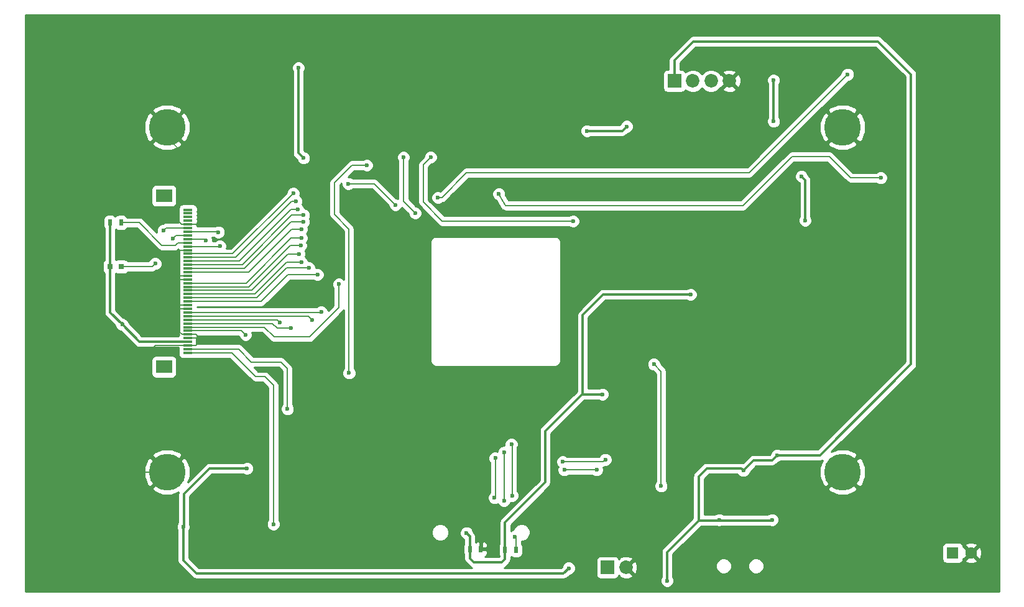
<source format=gbr>
G04 #@! TF.FileFunction,Copper,L2,Bot,Signal*
%FSLAX46Y46*%
G04 Gerber Fmt 4.6, Leading zero omitted, Abs format (unit mm)*
G04 Created by KiCad (PCBNEW 4.0.7) date 08/21/19 21:36:26*
%MOMM*%
%LPD*%
G01*
G04 APERTURE LIST*
%ADD10C,0.100000*%
%ADD11R,0.500000X0.900000*%
%ADD12R,1.600000X1.600000*%
%ADD13C,1.600000*%
%ADD14R,0.800000X0.750000*%
%ADD15R,2.200000X1.800000*%
%ADD16R,1.300000X0.300000*%
%ADD17R,1.850000X1.850000*%
%ADD18C,1.850000*%
%ADD19C,5.000000*%
%ADD20C,0.600000*%
%ADD21C,0.300000*%
%ADD22C,0.200000*%
%ADD23C,0.254000*%
G04 APERTURE END LIST*
D10*
D11*
X129250000Y-131500000D03*
X130750000Y-131500000D03*
D12*
X195000000Y-132000000D03*
D13*
X197500000Y-132000000D03*
D11*
X135550000Y-131600000D03*
X134050000Y-131600000D03*
X81750000Y-87000000D03*
X80250000Y-87000000D03*
D14*
X80250000Y-93000000D03*
X81750000Y-93000000D03*
D15*
X87600000Y-83350000D03*
X87600000Y-106650000D03*
D16*
X90850000Y-104750000D03*
X90850000Y-104250000D03*
X90850000Y-103750000D03*
X90850000Y-103250000D03*
X90850000Y-102750000D03*
X90850000Y-102250000D03*
X90850000Y-101750000D03*
X90850000Y-101250000D03*
X90850000Y-100750000D03*
X90850000Y-100250000D03*
X90850000Y-99750000D03*
X90850000Y-99250000D03*
X90850000Y-98750000D03*
X90850000Y-98250000D03*
X90850000Y-97750000D03*
X90850000Y-97250000D03*
X90850000Y-96750000D03*
X90850000Y-96250000D03*
X90850000Y-95750000D03*
X90850000Y-95250000D03*
X90850000Y-94750000D03*
X90850000Y-94250000D03*
X90850000Y-93750000D03*
X90850000Y-93250000D03*
X90850000Y-92750000D03*
X90850000Y-92250000D03*
X90850000Y-91750000D03*
X90850000Y-91250000D03*
X90850000Y-90750000D03*
X90850000Y-90250000D03*
X90850000Y-89750000D03*
X90850000Y-89250000D03*
X90850000Y-88750000D03*
X90850000Y-88250000D03*
X90850000Y-87750000D03*
X90850000Y-87250000D03*
X90850000Y-86750000D03*
X90850000Y-86250000D03*
X90850000Y-85750000D03*
X90850000Y-85250000D03*
D17*
X157100000Y-67700000D03*
D18*
X159600000Y-67700000D03*
X162100000Y-67700000D03*
X164600000Y-67700000D03*
D17*
X148000000Y-134000000D03*
D18*
X150500000Y-134000000D03*
D19*
X88000000Y-74000000D03*
X180000000Y-74000000D03*
X88000000Y-121000000D03*
X180000000Y-121000000D03*
D20*
X142700000Y-134100000D03*
X90200000Y-128450000D03*
X98900000Y-120500000D03*
X171100000Y-118700000D03*
X166500000Y-120800000D03*
X163200000Y-127500000D03*
X156100000Y-135800000D03*
X170400000Y-127500000D03*
X85000000Y-127100000D03*
X83600000Y-106600000D03*
X88100000Y-100300000D03*
X88200000Y-86300000D03*
X141200000Y-123900000D03*
X150100000Y-123900000D03*
X164600000Y-76300000D03*
X147500000Y-76300000D03*
X159400000Y-103600000D03*
X154300000Y-103400000D03*
X145000000Y-76200000D03*
X122100000Y-78200000D03*
X113200000Y-75500000D03*
X99100000Y-79800000D03*
X99000000Y-75800000D03*
X94700000Y-87100000D03*
X175400000Y-115100000D03*
X162800000Y-114900000D03*
X167400000Y-115200000D03*
X161100000Y-105500000D03*
X161500000Y-110300000D03*
X131200000Y-129400000D03*
X81900000Y-100900000D03*
X159300000Y-96800000D03*
X147300000Y-110400000D03*
X174900000Y-86700000D03*
X174400000Y-80700000D03*
X170600000Y-67600000D03*
X170600000Y-73200000D03*
X128800000Y-129300000D03*
X105900000Y-65900000D03*
X106600000Y-78200000D03*
X145200000Y-74500000D03*
X150600000Y-73900000D03*
X133200000Y-83100000D03*
X185200000Y-80900000D03*
X124900000Y-83600000D03*
X180700000Y-66800000D03*
X135400000Y-129800000D03*
X135000000Y-124200000D03*
X134900000Y-117200000D03*
X87500000Y-88100000D03*
X86400000Y-92600000D03*
X141900000Y-119600000D03*
X147700000Y-119300000D03*
X146500000Y-120700000D03*
X142100000Y-120700000D03*
X132700000Y-119100000D03*
X132600000Y-124500000D03*
X133900000Y-124900000D03*
X133900000Y-118300000D03*
X155300000Y-122900000D03*
X154300000Y-106300000D03*
X143300000Y-86800000D03*
X123900000Y-78100000D03*
X120200000Y-78100000D03*
X121800000Y-85700000D03*
X119100000Y-84600000D03*
X112700000Y-81700000D03*
X115200000Y-79200000D03*
X112800000Y-107500000D03*
X105200000Y-83000000D03*
X105600000Y-84100000D03*
X105800000Y-85200000D03*
X106600000Y-86000000D03*
X106600000Y-86900000D03*
X106300000Y-87900000D03*
X106300000Y-89100000D03*
X106200000Y-90100000D03*
X106000000Y-91300000D03*
X106300000Y-92400000D03*
X107300000Y-93200000D03*
X108500000Y-94100000D03*
X111400000Y-95400000D03*
X98700000Y-102300000D03*
X103400000Y-100600000D03*
X104900000Y-101400000D03*
X109000000Y-99200000D03*
X107800000Y-100300000D03*
X95000000Y-88300000D03*
X95200000Y-90200000D03*
X93300000Y-89400000D03*
X88800000Y-89200000D03*
X102500000Y-128100000D03*
X104400000Y-112400000D03*
D21*
X171100000Y-118700000D02*
X176900000Y-118700000D01*
X157100000Y-64900000D02*
X157100000Y-67700000D01*
X159700000Y-62300000D02*
X157100000Y-64900000D01*
X184800000Y-62300000D02*
X159700000Y-62300000D01*
X189300000Y-66800000D02*
X184800000Y-62300000D01*
X189300000Y-106300000D02*
X189300000Y-66800000D01*
X176900000Y-118700000D02*
X189300000Y-106300000D01*
X90200000Y-133000000D02*
X90200000Y-128450000D01*
X92000000Y-134800000D02*
X90200000Y-133000000D01*
X142000000Y-134800000D02*
X92000000Y-134800000D01*
X142700000Y-134100000D02*
X142000000Y-134800000D01*
X90300000Y-128350000D02*
X90200000Y-128450000D01*
X90300000Y-128350000D02*
X90300000Y-124000000D01*
X90300000Y-124000000D02*
X93800000Y-120500000D01*
X93800000Y-120500000D02*
X98900000Y-120500000D01*
X167900000Y-119400000D02*
X166500000Y-120800000D01*
X170400000Y-119400000D02*
X167900000Y-119400000D01*
X171100000Y-118700000D02*
X170400000Y-119400000D01*
X166500000Y-120800000D02*
X166200000Y-120500000D01*
X160400000Y-121600000D02*
X160400000Y-127600000D01*
X161500000Y-120500000D02*
X160400000Y-121600000D01*
X166200000Y-120500000D02*
X161500000Y-120500000D01*
X163200000Y-127500000D02*
X163200000Y-127600000D01*
X163200000Y-127600000D02*
X163200000Y-127500000D01*
X163200000Y-127500000D02*
X163200000Y-127600000D01*
X156100000Y-131900000D02*
X156100000Y-135800000D01*
X160400000Y-127600000D02*
X156100000Y-131900000D01*
X170300000Y-127600000D02*
X163200000Y-127600000D01*
X163200000Y-127600000D02*
X160400000Y-127600000D01*
X170400000Y-127500000D02*
X170300000Y-127600000D01*
D22*
X99100000Y-77900000D02*
X90500000Y-77900000D01*
X90500000Y-77900000D02*
X88000000Y-75400000D01*
X88000000Y-75400000D02*
X88000000Y-74000000D01*
X84200000Y-121000000D02*
X88000000Y-121000000D01*
X83400000Y-121800000D02*
X84200000Y-121000000D01*
X83400000Y-125500000D02*
X83400000Y-121800000D01*
X85000000Y-127100000D02*
X83400000Y-125500000D01*
X90850000Y-103750000D02*
X86450000Y-103750000D01*
X86450000Y-103750000D02*
X83600000Y-106600000D01*
X90850000Y-87250000D02*
X89950000Y-87250000D01*
X88700000Y-100900000D02*
X89750000Y-100900000D01*
X88100000Y-100300000D02*
X88700000Y-100900000D01*
X89000000Y-86300000D02*
X88200000Y-86300000D01*
X89950000Y-87250000D02*
X89000000Y-86300000D01*
X89750000Y-94250000D02*
X89750000Y-90850000D01*
X89850000Y-90750000D02*
X90850000Y-90750000D01*
X89750000Y-90850000D02*
X89850000Y-90750000D01*
X90850000Y-94750000D02*
X89750000Y-94750000D01*
X89700000Y-94700000D02*
X89750000Y-94700000D01*
X89750000Y-94750000D02*
X89700000Y-94700000D01*
X89750000Y-98350000D02*
X89750000Y-94700000D01*
X89750000Y-94700000D02*
X89750000Y-94250000D01*
X89750000Y-94250000D02*
X90850000Y-94250000D01*
X90850000Y-102250000D02*
X90050000Y-102250000D01*
X90050000Y-102250000D02*
X89750000Y-101950000D01*
X89750000Y-101950000D02*
X89750000Y-100900000D01*
X89750000Y-100900000D02*
X89750000Y-98750000D01*
X90850000Y-98250000D02*
X89850000Y-98250000D01*
X89850000Y-98250000D02*
X89750000Y-98350000D01*
X89750000Y-98350000D02*
X89700000Y-98400000D01*
X89700000Y-98400000D02*
X89700000Y-98700000D01*
X89700000Y-98700000D02*
X89750000Y-98750000D01*
X89750000Y-98750000D02*
X90850000Y-98750000D01*
X90850000Y-103750000D02*
X91950000Y-103750000D01*
X92050000Y-103650000D02*
X92050000Y-102750000D01*
X91950000Y-103750000D02*
X92050000Y-103650000D01*
X90850000Y-102250000D02*
X91950000Y-102250000D01*
X92050000Y-102750000D02*
X90850000Y-102750000D01*
X92100000Y-102800000D02*
X92050000Y-102750000D01*
X92100000Y-102400000D02*
X92100000Y-102800000D01*
X91950000Y-102250000D02*
X92100000Y-102400000D01*
X150100000Y-123900000D02*
X141200000Y-123900000D01*
X147500000Y-76300000D02*
X164600000Y-76300000D01*
X147400000Y-76200000D02*
X145000000Y-76200000D01*
X147500000Y-76300000D02*
X147400000Y-76200000D01*
X159400000Y-103600000D02*
X159200000Y-103400000D01*
X159200000Y-103400000D02*
X154300000Y-103400000D01*
X144300000Y-75500000D02*
X119400000Y-75500000D01*
X145000000Y-76200000D02*
X144300000Y-75500000D01*
X122100000Y-78200000D02*
X119400000Y-75500000D01*
X119400000Y-75500000D02*
X113200000Y-75500000D01*
X99100000Y-75900000D02*
X99100000Y-77900000D01*
X99100000Y-77900000D02*
X99100000Y-79800000D01*
X99000000Y-75800000D02*
X99100000Y-75900000D01*
X94550000Y-87250000D02*
X90850000Y-87250000D01*
X94700000Y-87100000D02*
X94550000Y-87250000D01*
X167400000Y-115200000D02*
X175300000Y-115200000D01*
X175300000Y-115200000D02*
X175400000Y-115100000D01*
X167100000Y-114900000D02*
X162800000Y-114900000D01*
X167400000Y-115200000D02*
X167100000Y-114900000D01*
X161100000Y-109900000D02*
X161100000Y-105500000D01*
X161500000Y-110300000D02*
X161100000Y-109900000D01*
X130750000Y-131500000D02*
X130750000Y-129850000D01*
X130750000Y-129850000D02*
X131200000Y-129400000D01*
D21*
X81900000Y-100900000D02*
X81900000Y-100700000D01*
X81900000Y-100700000D02*
X81900000Y-100900000D01*
X144600000Y-110400000D02*
X144600000Y-99600000D01*
X147400000Y-96800000D02*
X159300000Y-96800000D01*
X144600000Y-99600000D02*
X147400000Y-96800000D01*
X134050000Y-131600000D02*
X134050000Y-127850000D01*
X144500000Y-110400000D02*
X144600000Y-110400000D01*
X144600000Y-110400000D02*
X147300000Y-110400000D01*
X139500000Y-115400000D02*
X144500000Y-110400000D01*
X139500000Y-122400000D02*
X139500000Y-115400000D01*
X134050000Y-127850000D02*
X139500000Y-122400000D01*
X80250000Y-87000000D02*
X80250000Y-93000000D01*
X90850000Y-103250000D02*
X84250000Y-103250000D01*
X84250000Y-103250000D02*
X81900000Y-100900000D01*
X80250000Y-99250000D02*
X80250000Y-93000000D01*
X81900000Y-100900000D02*
X80250000Y-99250000D01*
X174900000Y-81200000D02*
X174900000Y-86700000D01*
X174400000Y-80700000D02*
X174900000Y-81200000D01*
X170600000Y-73200000D02*
X170600000Y-67600000D01*
X134050000Y-131600000D02*
X134050000Y-132850000D01*
X129250000Y-132750000D02*
X129250000Y-131500000D01*
X129800000Y-133300000D02*
X129250000Y-132750000D01*
X133600000Y-133300000D02*
X129800000Y-133300000D01*
X134050000Y-132850000D02*
X133600000Y-133300000D01*
X129250000Y-131500000D02*
X129250000Y-129750000D01*
X129250000Y-129750000D02*
X128800000Y-129300000D01*
X105900000Y-77500000D02*
X105900000Y-65900000D01*
X106600000Y-78200000D02*
X105900000Y-77500000D01*
X150000000Y-74500000D02*
X145200000Y-74500000D01*
X150600000Y-73900000D02*
X150000000Y-74500000D01*
D22*
X173100000Y-78000000D02*
X178200000Y-78000000D01*
X133200000Y-83100000D02*
X134100000Y-84700000D01*
X134100000Y-84700000D02*
X166400000Y-84700000D01*
X166400000Y-84700000D02*
X173100000Y-78000000D01*
X181100000Y-80900000D02*
X185200000Y-80900000D01*
X178200000Y-78000000D02*
X181100000Y-80900000D01*
X124941471Y-83558529D02*
X124900000Y-83600000D01*
X128798000Y-80200000D02*
X125439471Y-83558529D01*
X167300000Y-80200000D02*
X128798000Y-80200000D01*
X180700000Y-66800000D02*
X167300000Y-80200000D01*
X125439471Y-83558529D02*
X124941471Y-83558529D01*
X135550000Y-131600000D02*
X135550000Y-129950000D01*
X135550000Y-129950000D02*
X135400000Y-129800000D01*
X135000000Y-117300000D02*
X135000000Y-124200000D01*
X134900000Y-117200000D02*
X135000000Y-117300000D01*
X90850000Y-89750000D02*
X89450000Y-89750000D01*
X84200000Y-87000000D02*
X81750000Y-87000000D01*
X87300000Y-90100000D02*
X84200000Y-87000000D01*
X89100000Y-90100000D02*
X87300000Y-90100000D01*
X89450000Y-89750000D02*
X89100000Y-90100000D01*
X81750000Y-93000000D02*
X86000000Y-93000000D01*
X87900000Y-87700000D02*
X90800000Y-87700000D01*
X87500000Y-88100000D02*
X87900000Y-87700000D01*
X86000000Y-93000000D02*
X86400000Y-92600000D01*
X90800000Y-87700000D02*
X90850000Y-87750000D01*
X147400000Y-119600000D02*
X141900000Y-119600000D01*
X147700000Y-119300000D02*
X147400000Y-119600000D01*
X142100000Y-120700000D02*
X146500000Y-120700000D01*
X132700000Y-124400000D02*
X132700000Y-119100000D01*
X132600000Y-124500000D02*
X132700000Y-124400000D01*
X133900000Y-118300000D02*
X133900000Y-124900000D01*
X155300000Y-107300000D02*
X155300000Y-122900000D01*
X154300000Y-106300000D02*
X155300000Y-107300000D01*
X125500000Y-86800000D02*
X143300000Y-86800000D01*
X122900000Y-84200000D02*
X125500000Y-86800000D01*
X122900000Y-79100000D02*
X122900000Y-84200000D01*
X123900000Y-78100000D02*
X122900000Y-79100000D01*
X120200000Y-84100000D02*
X120200000Y-78100000D01*
X121800000Y-85700000D02*
X120200000Y-84100000D01*
X119100000Y-84600000D02*
X116200000Y-81700000D01*
X116200000Y-81700000D02*
X112700000Y-81700000D01*
X113200000Y-79200000D02*
X115200000Y-79200000D01*
X110800000Y-81600000D02*
X113200000Y-79200000D01*
X110800000Y-85900000D02*
X110800000Y-81600000D01*
X112800000Y-87900000D02*
X110800000Y-85900000D01*
X112800000Y-107500000D02*
X112800000Y-87900000D01*
X90850000Y-91250000D02*
X96950000Y-91250000D01*
X96950000Y-91250000D02*
X105200000Y-83000000D01*
X90850000Y-91750000D02*
X97350000Y-91750000D01*
X105000000Y-84100000D02*
X105600000Y-84100000D01*
X97350000Y-91750000D02*
X105000000Y-84100000D01*
X90850000Y-92250000D02*
X97850000Y-92250000D01*
X104900000Y-85200000D02*
X105800000Y-85200000D01*
X97850000Y-92250000D02*
X104900000Y-85200000D01*
X90850000Y-92750000D02*
X98250000Y-92750000D01*
X105000000Y-86000000D02*
X106600000Y-86000000D01*
X98250000Y-92750000D02*
X105000000Y-86000000D01*
X90850000Y-93250000D02*
X98550000Y-93250000D01*
X104900000Y-86900000D02*
X106600000Y-86900000D01*
X98550000Y-93250000D02*
X104900000Y-86900000D01*
X90850000Y-93750000D02*
X99150000Y-93750000D01*
X105000000Y-87900000D02*
X106300000Y-87900000D01*
X99150000Y-93750000D02*
X105000000Y-87900000D01*
X90850000Y-95250000D02*
X98750000Y-95250000D01*
X104900000Y-89100000D02*
X106300000Y-89100000D01*
X98750000Y-95250000D02*
X104900000Y-89100000D01*
X90850000Y-95750000D02*
X99150000Y-95750000D01*
X104800000Y-90100000D02*
X106200000Y-90100000D01*
X99150000Y-95750000D02*
X104800000Y-90100000D01*
X90850000Y-96250000D02*
X99550000Y-96250000D01*
X104500000Y-91300000D02*
X106000000Y-91300000D01*
X99550000Y-96250000D02*
X104500000Y-91300000D01*
X90850000Y-96750000D02*
X99950000Y-96750000D01*
X104300000Y-92400000D02*
X106300000Y-92400000D01*
X99950000Y-96750000D02*
X104300000Y-92400000D01*
X90850000Y-97250000D02*
X100250000Y-97250000D01*
X104300000Y-93200000D02*
X107300000Y-93200000D01*
X100250000Y-97250000D02*
X104300000Y-93200000D01*
X90850000Y-97750000D02*
X100850000Y-97750000D01*
X104500000Y-94100000D02*
X108500000Y-94100000D01*
X100850000Y-97750000D02*
X104500000Y-94100000D01*
X90850000Y-101250000D02*
X101250000Y-101250000D01*
X111400000Y-98600000D02*
X111400000Y-95400000D01*
X107400000Y-102600000D02*
X111400000Y-98600000D01*
X102600000Y-102600000D02*
X107400000Y-102600000D01*
X101250000Y-101250000D02*
X102600000Y-102600000D01*
X98150000Y-101750000D02*
X90850000Y-101750000D01*
X98700000Y-102300000D02*
X98150000Y-101750000D01*
X90850000Y-100250000D02*
X103050000Y-100250000D01*
X103050000Y-100250000D02*
X103400000Y-100600000D01*
X90850000Y-100750000D02*
X102350000Y-100750000D01*
X103000000Y-101400000D02*
X104900000Y-101400000D01*
X102350000Y-100750000D02*
X103000000Y-101400000D01*
X90850000Y-99250000D02*
X108950000Y-99250000D01*
X108950000Y-99250000D02*
X109000000Y-99200000D01*
X90850000Y-99750000D02*
X107250000Y-99750000D01*
X107250000Y-99750000D02*
X107800000Y-100300000D01*
X94950000Y-88250000D02*
X90850000Y-88250000D01*
X95000000Y-88300000D02*
X94950000Y-88250000D01*
X95150000Y-90250000D02*
X90850000Y-90250000D01*
X95200000Y-90200000D02*
X95150000Y-90250000D01*
X93150000Y-89250000D02*
X90850000Y-89250000D01*
X93300000Y-89400000D02*
X93150000Y-89250000D01*
X89250000Y-88750000D02*
X90850000Y-88750000D01*
X88800000Y-89200000D02*
X89250000Y-88750000D01*
X90850000Y-104750000D02*
X96850000Y-104750000D01*
X102500000Y-109200000D02*
X102500000Y-128100000D01*
X101300000Y-108000000D02*
X102500000Y-109200000D01*
X100100000Y-108000000D02*
X101300000Y-108000000D01*
X96850000Y-104750000D02*
X100100000Y-108000000D01*
X90850000Y-104250000D02*
X97750000Y-104250000D01*
X104400000Y-106900000D02*
X104400000Y-112400000D01*
X103500000Y-106000000D02*
X104400000Y-106900000D01*
X99500000Y-106000000D02*
X103500000Y-106000000D01*
X97750000Y-104250000D02*
X99500000Y-106000000D01*
D23*
G36*
X201290000Y-137290000D02*
X68710000Y-137290000D01*
X68710000Y-135985167D01*
X155164838Y-135985167D01*
X155306883Y-136328943D01*
X155569673Y-136592192D01*
X155913201Y-136734838D01*
X156285167Y-136735162D01*
X156628943Y-136593117D01*
X156892192Y-136330327D01*
X157034838Y-135986799D01*
X157035162Y-135614833D01*
X156893117Y-135271057D01*
X156885000Y-135262926D01*
X156885000Y-134014873D01*
X162714812Y-134014873D01*
X162879646Y-134413800D01*
X163184595Y-134719282D01*
X163583233Y-134884811D01*
X164014873Y-134885188D01*
X164413800Y-134720354D01*
X164719282Y-134415405D01*
X164884811Y-134016767D01*
X164884812Y-134014873D01*
X167114812Y-134014873D01*
X167279646Y-134413800D01*
X167584595Y-134719282D01*
X167983233Y-134884811D01*
X168414873Y-134885188D01*
X168813800Y-134720354D01*
X169119282Y-134415405D01*
X169284811Y-134016767D01*
X169285188Y-133585127D01*
X169120354Y-133186200D01*
X168815405Y-132880718D01*
X168416767Y-132715189D01*
X167985127Y-132714812D01*
X167586200Y-132879646D01*
X167280718Y-133184595D01*
X167115189Y-133583233D01*
X167114812Y-134014873D01*
X164884812Y-134014873D01*
X164885188Y-133585127D01*
X164720354Y-133186200D01*
X164415405Y-132880718D01*
X164016767Y-132715189D01*
X163585127Y-132714812D01*
X163186200Y-132879646D01*
X162880718Y-133184595D01*
X162715189Y-133583233D01*
X162714812Y-134014873D01*
X156885000Y-134014873D01*
X156885000Y-132225158D01*
X157910158Y-131200000D01*
X193552560Y-131200000D01*
X193552560Y-132800000D01*
X193596838Y-133035317D01*
X193735910Y-133251441D01*
X193948110Y-133396431D01*
X194200000Y-133447440D01*
X195800000Y-133447440D01*
X196035317Y-133403162D01*
X196251441Y-133264090D01*
X196396431Y-133051890D01*
X196405370Y-133007745D01*
X196671861Y-133007745D01*
X196745995Y-133253864D01*
X197283223Y-133446965D01*
X197853454Y-133419778D01*
X198254005Y-133253864D01*
X198328139Y-133007745D01*
X197500000Y-132179605D01*
X196671861Y-133007745D01*
X196405370Y-133007745D01*
X196444646Y-132813799D01*
X196492255Y-132828139D01*
X197320395Y-132000000D01*
X197679605Y-132000000D01*
X198507745Y-132828139D01*
X198753864Y-132754005D01*
X198946965Y-132216777D01*
X198919778Y-131646546D01*
X198753864Y-131245995D01*
X198507745Y-131171861D01*
X197679605Y-132000000D01*
X197320395Y-132000000D01*
X196492255Y-131171861D01*
X196444833Y-131186145D01*
X196408351Y-130992255D01*
X196671861Y-130992255D01*
X197500000Y-131820395D01*
X198328139Y-130992255D01*
X198254005Y-130746136D01*
X197716777Y-130553035D01*
X197146546Y-130580222D01*
X196745995Y-130746136D01*
X196671861Y-130992255D01*
X196408351Y-130992255D01*
X196403162Y-130964683D01*
X196264090Y-130748559D01*
X196051890Y-130603569D01*
X195800000Y-130552560D01*
X194200000Y-130552560D01*
X193964683Y-130596838D01*
X193748559Y-130735910D01*
X193603569Y-130948110D01*
X193552560Y-131200000D01*
X157910158Y-131200000D01*
X160725158Y-128385000D01*
X162893178Y-128385000D01*
X163013201Y-128434838D01*
X163385167Y-128435162D01*
X163506569Y-128385000D01*
X170093178Y-128385000D01*
X170213201Y-128434838D01*
X170585167Y-128435162D01*
X170928943Y-128293117D01*
X171192192Y-128030327D01*
X171334838Y-127686799D01*
X171335162Y-127314833D01*
X171193117Y-126971057D01*
X170930327Y-126707808D01*
X170586799Y-126565162D01*
X170214833Y-126564838D01*
X169871057Y-126706883D01*
X169762751Y-126815000D01*
X163837332Y-126815000D01*
X163730327Y-126707808D01*
X163386799Y-126565162D01*
X163014833Y-126564838D01*
X162671057Y-126706883D01*
X162562751Y-126815000D01*
X161185000Y-126815000D01*
X161185000Y-123235880D01*
X177943725Y-123235880D01*
X178225421Y-123658564D01*
X179377892Y-124135294D01*
X180625072Y-124134705D01*
X181774579Y-123658564D01*
X182056275Y-123235880D01*
X180000000Y-121179605D01*
X177943725Y-123235880D01*
X161185000Y-123235880D01*
X161185000Y-121925158D01*
X161825158Y-121285000D01*
X165688726Y-121285000D01*
X165706883Y-121328943D01*
X165969673Y-121592192D01*
X166313201Y-121734838D01*
X166685167Y-121735162D01*
X167028943Y-121593117D01*
X167292192Y-121330327D01*
X167434838Y-120986799D01*
X167434848Y-120975310D01*
X168225158Y-120185000D01*
X170400000Y-120185000D01*
X170700407Y-120125245D01*
X170955079Y-119955079D01*
X171275004Y-119635153D01*
X171285167Y-119635162D01*
X171628943Y-119493117D01*
X171637074Y-119485000D01*
X176900000Y-119485000D01*
X177200407Y-119425245D01*
X177281073Y-119371346D01*
X176864706Y-120377892D01*
X176865295Y-121625072D01*
X177341436Y-122774579D01*
X177764120Y-123056275D01*
X179820395Y-121000000D01*
X180179605Y-121000000D01*
X182235880Y-123056275D01*
X182658564Y-122774579D01*
X183135294Y-121622108D01*
X183134705Y-120374928D01*
X182658564Y-119225421D01*
X182235880Y-118943725D01*
X180179605Y-121000000D01*
X179820395Y-121000000D01*
X179806253Y-120985858D01*
X179985858Y-120806253D01*
X180000000Y-120820395D01*
X182056275Y-118764120D01*
X181774579Y-118341436D01*
X180622108Y-117864706D01*
X179374928Y-117865295D01*
X178470051Y-118240107D01*
X189855079Y-106855079D01*
X190025245Y-106600407D01*
X190085000Y-106300000D01*
X190085000Y-66800000D01*
X190080027Y-66775000D01*
X190025245Y-66499593D01*
X189855079Y-66244921D01*
X185355079Y-61744921D01*
X185100407Y-61574755D01*
X184800000Y-61515000D01*
X159700000Y-61515000D01*
X159399593Y-61574755D01*
X159144921Y-61744921D01*
X156544921Y-64344921D01*
X156374755Y-64599593D01*
X156374755Y-64599594D01*
X156315000Y-64900000D01*
X156315000Y-66127560D01*
X156175000Y-66127560D01*
X155939683Y-66171838D01*
X155723559Y-66310910D01*
X155578569Y-66523110D01*
X155527560Y-66775000D01*
X155527560Y-68625000D01*
X155571838Y-68860317D01*
X155710910Y-69076441D01*
X155923110Y-69221431D01*
X156175000Y-69272440D01*
X158025000Y-69272440D01*
X158260317Y-69228162D01*
X158476441Y-69089090D01*
X158600771Y-68907126D01*
X158715177Y-69021732D01*
X159288336Y-69259728D01*
X159908942Y-69260270D01*
X160482514Y-69023275D01*
X160850256Y-68656174D01*
X161215177Y-69021732D01*
X161788336Y-69259728D01*
X162408942Y-69260270D01*
X162982514Y-69023275D01*
X163207926Y-68798256D01*
X163681349Y-68798256D01*
X163770821Y-69057332D01*
X164353368Y-69271325D01*
X164973461Y-69246097D01*
X165429179Y-69057332D01*
X165518651Y-68798256D01*
X164600000Y-67879605D01*
X163681349Y-68798256D01*
X163207926Y-68798256D01*
X163417121Y-68589426D01*
X163501744Y-68618651D01*
X164420395Y-67700000D01*
X164779605Y-67700000D01*
X165698256Y-68618651D01*
X165957332Y-68529179D01*
X166171325Y-67946632D01*
X166164756Y-67785167D01*
X169664838Y-67785167D01*
X169806883Y-68128943D01*
X169815000Y-68137074D01*
X169815000Y-72662494D01*
X169807808Y-72669673D01*
X169665162Y-73013201D01*
X169664838Y-73385167D01*
X169806883Y-73728943D01*
X170069673Y-73992192D01*
X170413201Y-74134838D01*
X170785167Y-74135162D01*
X171128943Y-73993117D01*
X171392192Y-73730327D01*
X171534838Y-73386799D01*
X171535162Y-73014833D01*
X171393117Y-72671057D01*
X171385000Y-72662926D01*
X171385000Y-68137506D01*
X171392192Y-68130327D01*
X171534838Y-67786799D01*
X171535162Y-67414833D01*
X171393117Y-67071057D01*
X171130327Y-66807808D01*
X170786799Y-66665162D01*
X170414833Y-66664838D01*
X170071057Y-66806883D01*
X169807808Y-67069673D01*
X169665162Y-67413201D01*
X169664838Y-67785167D01*
X166164756Y-67785167D01*
X166146097Y-67326539D01*
X165957332Y-66870821D01*
X165698256Y-66781349D01*
X164779605Y-67700000D01*
X164420395Y-67700000D01*
X163501744Y-66781349D01*
X163416566Y-66810765D01*
X163207910Y-66601744D01*
X163681349Y-66601744D01*
X164600000Y-67520395D01*
X165518651Y-66601744D01*
X165429179Y-66342668D01*
X164846632Y-66128675D01*
X164226539Y-66153903D01*
X163770821Y-66342668D01*
X163681349Y-66601744D01*
X163207910Y-66601744D01*
X162984823Y-66378268D01*
X162411664Y-66140272D01*
X161791058Y-66139730D01*
X161217486Y-66376725D01*
X160849744Y-66743826D01*
X160484823Y-66378268D01*
X159911664Y-66140272D01*
X159291058Y-66139730D01*
X158717486Y-66376725D01*
X158599251Y-66494754D01*
X158489090Y-66323559D01*
X158276890Y-66178569D01*
X158025000Y-66127560D01*
X157885000Y-66127560D01*
X157885000Y-65225158D01*
X160025158Y-63085000D01*
X184474842Y-63085000D01*
X188515000Y-67125158D01*
X188515000Y-105974842D01*
X176574842Y-117915000D01*
X171637506Y-117915000D01*
X171630327Y-117907808D01*
X171286799Y-117765162D01*
X170914833Y-117764838D01*
X170571057Y-117906883D01*
X170307808Y-118169673D01*
X170165162Y-118513201D01*
X170165152Y-118524690D01*
X170074842Y-118615000D01*
X167900000Y-118615000D01*
X167599593Y-118674755D01*
X167344921Y-118844921D01*
X166429243Y-119760599D01*
X166200000Y-119715000D01*
X161500000Y-119715000D01*
X161199594Y-119774755D01*
X160944921Y-119944921D01*
X159844921Y-121044921D01*
X159674755Y-121299593D01*
X159629870Y-121525245D01*
X159615000Y-121600000D01*
X159615000Y-127274842D01*
X155544921Y-131344921D01*
X155374755Y-131599593D01*
X155338229Y-131783223D01*
X155315000Y-131900000D01*
X155315000Y-135262494D01*
X155307808Y-135269673D01*
X155165162Y-135613201D01*
X155164838Y-135985167D01*
X68710000Y-135985167D01*
X68710000Y-123235880D01*
X85943725Y-123235880D01*
X86225421Y-123658564D01*
X87377892Y-124135294D01*
X88625072Y-124134705D01*
X89565707Y-123745082D01*
X89538815Y-123880277D01*
X89515000Y-124000000D01*
X89515000Y-127812668D01*
X89407808Y-127919673D01*
X89265162Y-128263201D01*
X89264838Y-128635167D01*
X89406883Y-128978943D01*
X89415000Y-128987074D01*
X89415000Y-133000000D01*
X89474755Y-133300407D01*
X89644921Y-133555079D01*
X91444921Y-135355079D01*
X91699594Y-135525245D01*
X92000000Y-135585000D01*
X142000000Y-135585000D01*
X142300407Y-135525245D01*
X142555079Y-135355079D01*
X142875004Y-135035153D01*
X142885167Y-135035162D01*
X143228943Y-134893117D01*
X143492192Y-134630327D01*
X143634838Y-134286799D01*
X143635162Y-133914833D01*
X143493117Y-133571057D01*
X143230327Y-133307808D01*
X142886799Y-133165162D01*
X142514833Y-133164838D01*
X142171057Y-133306883D01*
X141907808Y-133569673D01*
X141765162Y-133913201D01*
X141765152Y-133924690D01*
X141674842Y-134015000D01*
X133915740Y-134015000D01*
X134155079Y-133855079D01*
X134605079Y-133405079D01*
X134775245Y-133150407D01*
X134790244Y-133075000D01*
X146427560Y-133075000D01*
X146427560Y-134925000D01*
X146471838Y-135160317D01*
X146610910Y-135376441D01*
X146823110Y-135521431D01*
X147075000Y-135572440D01*
X148925000Y-135572440D01*
X149160317Y-135528162D01*
X149376441Y-135389090D01*
X149521431Y-135176890D01*
X149526183Y-135153425D01*
X149581350Y-135098258D01*
X149670821Y-135357332D01*
X150253368Y-135571325D01*
X150873461Y-135546097D01*
X151329179Y-135357332D01*
X151418651Y-135098256D01*
X150500000Y-134179605D01*
X150485858Y-134193748D01*
X150306253Y-134014143D01*
X150320395Y-134000000D01*
X150679605Y-134000000D01*
X151598256Y-134918651D01*
X151857332Y-134829179D01*
X152071325Y-134246632D01*
X152046097Y-133626539D01*
X151857332Y-133170821D01*
X151598256Y-133081349D01*
X150679605Y-134000000D01*
X150320395Y-134000000D01*
X150306253Y-133985858D01*
X150485858Y-133806253D01*
X150500000Y-133820395D01*
X151418651Y-132901744D01*
X151329179Y-132642668D01*
X150746632Y-132428675D01*
X150126539Y-132453903D01*
X149670821Y-132642668D01*
X149581350Y-132901742D01*
X149530218Y-132850610D01*
X149528162Y-132839683D01*
X149389090Y-132623559D01*
X149176890Y-132478569D01*
X148925000Y-132427560D01*
X147075000Y-132427560D01*
X146839683Y-132471838D01*
X146623559Y-132610910D01*
X146478569Y-132823110D01*
X146427560Y-133075000D01*
X134790244Y-133075000D01*
X134835000Y-132850000D01*
X134835000Y-132500027D01*
X134835910Y-132501441D01*
X135048110Y-132646431D01*
X135300000Y-132697440D01*
X135800000Y-132697440D01*
X136035317Y-132653162D01*
X136251441Y-132514090D01*
X136396431Y-132301890D01*
X136447440Y-132050000D01*
X136447440Y-131150000D01*
X136403162Y-130914683D01*
X136285000Y-130731054D01*
X136285000Y-130385021D01*
X136496677Y-130385206D01*
X136932372Y-130205180D01*
X137266009Y-129872125D01*
X137446794Y-129436745D01*
X137447206Y-128965323D01*
X137267180Y-128529628D01*
X136934125Y-128195991D01*
X136498745Y-128015206D01*
X136027323Y-128014794D01*
X135591628Y-128194820D01*
X135257991Y-128527875D01*
X135098033Y-128913099D01*
X134871057Y-129006883D01*
X134835000Y-129042877D01*
X134835000Y-128175158D01*
X140055079Y-122955079D01*
X140225245Y-122700406D01*
X140285000Y-122400000D01*
X140285000Y-119785167D01*
X140964838Y-119785167D01*
X141106883Y-120128943D01*
X141260727Y-120283056D01*
X141165162Y-120513201D01*
X141164838Y-120885167D01*
X141306883Y-121228943D01*
X141569673Y-121492192D01*
X141913201Y-121634838D01*
X142285167Y-121635162D01*
X142628943Y-121493117D01*
X142687162Y-121435000D01*
X145912581Y-121435000D01*
X145969673Y-121492192D01*
X146313201Y-121634838D01*
X146685167Y-121635162D01*
X147028943Y-121493117D01*
X147292192Y-121230327D01*
X147434838Y-120886799D01*
X147435162Y-120514833D01*
X147360857Y-120335000D01*
X147400000Y-120335000D01*
X147681272Y-120279051D01*
X147747136Y-120235042D01*
X147885167Y-120235162D01*
X148228943Y-120093117D01*
X148492192Y-119830327D01*
X148634838Y-119486799D01*
X148635162Y-119114833D01*
X148493117Y-118771057D01*
X148230327Y-118507808D01*
X147886799Y-118365162D01*
X147514833Y-118364838D01*
X147171057Y-118506883D01*
X146907808Y-118769673D01*
X146868225Y-118865000D01*
X142487419Y-118865000D01*
X142430327Y-118807808D01*
X142086799Y-118665162D01*
X141714833Y-118664838D01*
X141371057Y-118806883D01*
X141107808Y-119069673D01*
X140965162Y-119413201D01*
X140964838Y-119785167D01*
X140285000Y-119785167D01*
X140285000Y-115725158D01*
X144825158Y-111185000D01*
X146762494Y-111185000D01*
X146769673Y-111192192D01*
X147113201Y-111334838D01*
X147485167Y-111335162D01*
X147828943Y-111193117D01*
X148092192Y-110930327D01*
X148234838Y-110586799D01*
X148235162Y-110214833D01*
X148093117Y-109871057D01*
X147830327Y-109607808D01*
X147486799Y-109465162D01*
X147114833Y-109464838D01*
X146771057Y-109606883D01*
X146762926Y-109615000D01*
X145385000Y-109615000D01*
X145385000Y-106485167D01*
X153364838Y-106485167D01*
X153506883Y-106828943D01*
X153769673Y-107092192D01*
X154113201Y-107234838D01*
X154195463Y-107234910D01*
X154565000Y-107604447D01*
X154565000Y-122312581D01*
X154507808Y-122369673D01*
X154365162Y-122713201D01*
X154364838Y-123085167D01*
X154506883Y-123428943D01*
X154769673Y-123692192D01*
X155113201Y-123834838D01*
X155485167Y-123835162D01*
X155828943Y-123693117D01*
X156092192Y-123430327D01*
X156234838Y-123086799D01*
X156235162Y-122714833D01*
X156093117Y-122371057D01*
X156035000Y-122312838D01*
X156035000Y-107300000D01*
X155979051Y-107018728D01*
X155947198Y-106971057D01*
X155819724Y-106780277D01*
X155235092Y-106195645D01*
X155235162Y-106114833D01*
X155093117Y-105771057D01*
X154830327Y-105507808D01*
X154486799Y-105365162D01*
X154114833Y-105364838D01*
X153771057Y-105506883D01*
X153507808Y-105769673D01*
X153365162Y-106113201D01*
X153364838Y-106485167D01*
X145385000Y-106485167D01*
X145385000Y-99925158D01*
X147725158Y-97585000D01*
X158762494Y-97585000D01*
X158769673Y-97592192D01*
X159113201Y-97734838D01*
X159485167Y-97735162D01*
X159828943Y-97593117D01*
X160092192Y-97330327D01*
X160234838Y-96986799D01*
X160235162Y-96614833D01*
X160093117Y-96271057D01*
X159830327Y-96007808D01*
X159486799Y-95865162D01*
X159114833Y-95864838D01*
X158771057Y-96006883D01*
X158762926Y-96015000D01*
X147400000Y-96015000D01*
X147099593Y-96074755D01*
X146844921Y-96244921D01*
X144044921Y-99044921D01*
X143874755Y-99299593D01*
X143828671Y-99531272D01*
X143815000Y-99600000D01*
X143815000Y-109974842D01*
X138944921Y-114844921D01*
X138774755Y-115099593D01*
X138774755Y-115099594D01*
X138715000Y-115400000D01*
X138715000Y-122074842D01*
X133494921Y-127294921D01*
X133324755Y-127549593D01*
X133309804Y-127624755D01*
X133265000Y-127850000D01*
X133265000Y-130808203D01*
X133203569Y-130898110D01*
X133152560Y-131150000D01*
X133152560Y-132050000D01*
X133196838Y-132285317D01*
X133265000Y-132391244D01*
X133265000Y-132515000D01*
X131295304Y-132515000D01*
X131359698Y-132488327D01*
X131538327Y-132309699D01*
X131635000Y-132076310D01*
X131635000Y-131785750D01*
X131476250Y-131627000D01*
X130875000Y-131627000D01*
X130875000Y-131647000D01*
X130625000Y-131647000D01*
X130625000Y-131627000D01*
X130603000Y-131627000D01*
X130603000Y-131373000D01*
X130625000Y-131373000D01*
X130625000Y-130573750D01*
X130875000Y-130573750D01*
X130875000Y-131373000D01*
X131476250Y-131373000D01*
X131635000Y-131214250D01*
X131635000Y-130923690D01*
X131538327Y-130690301D01*
X131359698Y-130511673D01*
X131126309Y-130415000D01*
X131033750Y-130415000D01*
X130875000Y-130573750D01*
X130625000Y-130573750D01*
X130466250Y-130415000D01*
X130373691Y-130415000D01*
X130140302Y-130511673D01*
X130035000Y-130616974D01*
X130035000Y-129750000D01*
X129975245Y-129449594D01*
X129975245Y-129449593D01*
X129805079Y-129194921D01*
X129735153Y-129124995D01*
X129735162Y-129114833D01*
X129593117Y-128771057D01*
X129330327Y-128507808D01*
X128986799Y-128365162D01*
X128614833Y-128364838D01*
X128271057Y-128506883D01*
X128007808Y-128769673D01*
X127865162Y-129113201D01*
X127864838Y-129485167D01*
X128006883Y-129828943D01*
X128269673Y-130092192D01*
X128465000Y-130173299D01*
X128465000Y-130708203D01*
X128403569Y-130798110D01*
X128352560Y-131050000D01*
X128352560Y-131950000D01*
X128396838Y-132185317D01*
X128465000Y-132291244D01*
X128465000Y-132750000D01*
X128524755Y-133050407D01*
X128694921Y-133305079D01*
X129244919Y-133855076D01*
X129244921Y-133855079D01*
X129484261Y-134015000D01*
X92325158Y-134015000D01*
X90985000Y-132674842D01*
X90985000Y-129434677D01*
X124014794Y-129434677D01*
X124194820Y-129870372D01*
X124527875Y-130204009D01*
X124963255Y-130384794D01*
X125434677Y-130385206D01*
X125870372Y-130205180D01*
X126204009Y-129872125D01*
X126384794Y-129436745D01*
X126385206Y-128965323D01*
X126205180Y-128529628D01*
X125872125Y-128195991D01*
X125436745Y-128015206D01*
X124965323Y-128014794D01*
X124529628Y-128194820D01*
X124195991Y-128527875D01*
X124015206Y-128963255D01*
X124014794Y-129434677D01*
X90985000Y-129434677D01*
X90985000Y-128987506D01*
X90992192Y-128980327D01*
X91134838Y-128636799D01*
X91135162Y-128264833D01*
X91085000Y-128143431D01*
X91085000Y-124325158D01*
X94125157Y-121285000D01*
X98362494Y-121285000D01*
X98369673Y-121292192D01*
X98713201Y-121434838D01*
X99085167Y-121435162D01*
X99428943Y-121293117D01*
X99692192Y-121030327D01*
X99834838Y-120686799D01*
X99835162Y-120314833D01*
X99693117Y-119971057D01*
X99430327Y-119707808D01*
X99086799Y-119565162D01*
X98714833Y-119564838D01*
X98371057Y-119706883D01*
X98362926Y-119715000D01*
X93800000Y-119715000D01*
X93499594Y-119774755D01*
X93244921Y-119944921D01*
X93244919Y-119944924D01*
X90830211Y-122359632D01*
X91135294Y-121622108D01*
X91134705Y-120374928D01*
X90658564Y-119225421D01*
X90235880Y-118943725D01*
X88179605Y-121000000D01*
X88193748Y-121014143D01*
X88014143Y-121193748D01*
X88000000Y-121179605D01*
X85943725Y-123235880D01*
X68710000Y-123235880D01*
X68710000Y-120377892D01*
X84864706Y-120377892D01*
X84865295Y-121625072D01*
X85341436Y-122774579D01*
X85764120Y-123056275D01*
X87820395Y-121000000D01*
X85764120Y-118943725D01*
X85341436Y-119225421D01*
X84864706Y-120377892D01*
X68710000Y-120377892D01*
X68710000Y-118764120D01*
X85943725Y-118764120D01*
X88000000Y-120820395D01*
X90056275Y-118764120D01*
X89774579Y-118341436D01*
X88622108Y-117864706D01*
X87374928Y-117865295D01*
X86225421Y-118341436D01*
X85943725Y-118764120D01*
X68710000Y-118764120D01*
X68710000Y-105750000D01*
X85852560Y-105750000D01*
X85852560Y-107550000D01*
X85896838Y-107785317D01*
X86035910Y-108001441D01*
X86248110Y-108146431D01*
X86500000Y-108197440D01*
X88700000Y-108197440D01*
X88935317Y-108153162D01*
X89151441Y-108014090D01*
X89296431Y-107801890D01*
X89347440Y-107550000D01*
X89347440Y-105750000D01*
X89303162Y-105514683D01*
X89164090Y-105298559D01*
X88951890Y-105153569D01*
X88700000Y-105102560D01*
X86500000Y-105102560D01*
X86264683Y-105146838D01*
X86048559Y-105285910D01*
X85903569Y-105498110D01*
X85852560Y-105750000D01*
X68710000Y-105750000D01*
X68710000Y-92625000D01*
X79202560Y-92625000D01*
X79202560Y-93375000D01*
X79246838Y-93610317D01*
X79385910Y-93826441D01*
X79465000Y-93880481D01*
X79465000Y-99250000D01*
X79524755Y-99550407D01*
X79694921Y-99805079D01*
X80964847Y-101075005D01*
X80964838Y-101085167D01*
X81106883Y-101428943D01*
X81369673Y-101692192D01*
X81713201Y-101834838D01*
X81724690Y-101834848D01*
X83694921Y-103805079D01*
X83949594Y-103975245D01*
X84250000Y-104035000D01*
X89565723Y-104035000D01*
X89552560Y-104100000D01*
X89552560Y-104400000D01*
X89572067Y-104503671D01*
X89552560Y-104600000D01*
X89552560Y-104900000D01*
X89596838Y-105135317D01*
X89735910Y-105351441D01*
X89948110Y-105496431D01*
X90200000Y-105547440D01*
X91500000Y-105547440D01*
X91735317Y-105503162D01*
X91763542Y-105485000D01*
X96545554Y-105485000D01*
X99580276Y-108519723D01*
X99818728Y-108679051D01*
X100100000Y-108735000D01*
X100995554Y-108735000D01*
X101765000Y-109504447D01*
X101765000Y-127512581D01*
X101707808Y-127569673D01*
X101565162Y-127913201D01*
X101564838Y-128285167D01*
X101706883Y-128628943D01*
X101969673Y-128892192D01*
X102313201Y-129034838D01*
X102685167Y-129035162D01*
X103028943Y-128893117D01*
X103292192Y-128630327D01*
X103434838Y-128286799D01*
X103435162Y-127914833D01*
X103293117Y-127571057D01*
X103235000Y-127512838D01*
X103235000Y-124685167D01*
X131664838Y-124685167D01*
X131806883Y-125028943D01*
X132069673Y-125292192D01*
X132413201Y-125434838D01*
X132785167Y-125435162D01*
X133062162Y-125320710D01*
X133106883Y-125428943D01*
X133369673Y-125692192D01*
X133713201Y-125834838D01*
X134085167Y-125835162D01*
X134428943Y-125693117D01*
X134692192Y-125430327D01*
X134814890Y-125134839D01*
X135185167Y-125135162D01*
X135528943Y-124993117D01*
X135792192Y-124730327D01*
X135934838Y-124386799D01*
X135935162Y-124014833D01*
X135793117Y-123671057D01*
X135735000Y-123612838D01*
X135735000Y-117627234D01*
X135834838Y-117386799D01*
X135835162Y-117014833D01*
X135693117Y-116671057D01*
X135430327Y-116407808D01*
X135086799Y-116265162D01*
X134714833Y-116264838D01*
X134371057Y-116406883D01*
X134107808Y-116669673D01*
X133965162Y-117013201D01*
X133964856Y-117365056D01*
X133714833Y-117364838D01*
X133371057Y-117506883D01*
X133107808Y-117769673D01*
X132965162Y-118113201D01*
X132965088Y-118197671D01*
X132886799Y-118165162D01*
X132514833Y-118164838D01*
X132171057Y-118306883D01*
X131907808Y-118569673D01*
X131765162Y-118913201D01*
X131764838Y-119285167D01*
X131906883Y-119628943D01*
X131965000Y-119687162D01*
X131965000Y-123812755D01*
X131807808Y-123969673D01*
X131665162Y-124313201D01*
X131664838Y-124685167D01*
X103235000Y-124685167D01*
X103235000Y-109200000D01*
X103179051Y-108918728D01*
X103056288Y-108735000D01*
X103019723Y-108680276D01*
X101819723Y-107480277D01*
X101581272Y-107320949D01*
X101550525Y-107314833D01*
X101300000Y-107265000D01*
X100404447Y-107265000D01*
X99874447Y-106735000D01*
X103195554Y-106735000D01*
X103665000Y-107204447D01*
X103665000Y-111812581D01*
X103607808Y-111869673D01*
X103465162Y-112213201D01*
X103464838Y-112585167D01*
X103606883Y-112928943D01*
X103869673Y-113192192D01*
X104213201Y-113334838D01*
X104585167Y-113335162D01*
X104928943Y-113193117D01*
X105192192Y-112930327D01*
X105334838Y-112586799D01*
X105335162Y-112214833D01*
X105193117Y-111871057D01*
X105135000Y-111812838D01*
X105135000Y-106900000D01*
X105079051Y-106618728D01*
X104990899Y-106486799D01*
X104919723Y-106380276D01*
X104019723Y-105480277D01*
X103781272Y-105320949D01*
X103500000Y-105265000D01*
X99804447Y-105265000D01*
X98269723Y-103730277D01*
X98031272Y-103570949D01*
X97750000Y-103515000D01*
X92135000Y-103515000D01*
X92135000Y-103473691D01*
X92133332Y-103469665D01*
X92147440Y-103400000D01*
X92147440Y-103100000D01*
X92134019Y-103028676D01*
X92135000Y-103026309D01*
X92135000Y-102983750D01*
X92123379Y-102972129D01*
X92103162Y-102864683D01*
X92036671Y-102761354D01*
X92038327Y-102759698D01*
X92135000Y-102526309D01*
X92135000Y-102485000D01*
X97764838Y-102485000D01*
X97764838Y-102485167D01*
X97906883Y-102828943D01*
X98169673Y-103092192D01*
X98513201Y-103234838D01*
X98885167Y-103235162D01*
X99228943Y-103093117D01*
X99492192Y-102830327D01*
X99634838Y-102486799D01*
X99635162Y-102114833D01*
X99581516Y-101985000D01*
X100945554Y-101985000D01*
X102080276Y-103119723D01*
X102260736Y-103240302D01*
X102318728Y-103279051D01*
X102600000Y-103335000D01*
X107400000Y-103335000D01*
X107681272Y-103279051D01*
X107919723Y-103119723D01*
X111919723Y-99119724D01*
X112065000Y-98902301D01*
X112065000Y-106912581D01*
X112007808Y-106969673D01*
X111865162Y-107313201D01*
X111864838Y-107685167D01*
X112006883Y-108028943D01*
X112269673Y-108292192D01*
X112613201Y-108434838D01*
X112985167Y-108435162D01*
X113328943Y-108293117D01*
X113592192Y-108030327D01*
X113734838Y-107686799D01*
X113735162Y-107314833D01*
X113593117Y-106971057D01*
X113535000Y-106912838D01*
X113535000Y-89600000D01*
X123890000Y-89600000D01*
X123890000Y-105900000D01*
X123944046Y-106171705D01*
X124097954Y-106402046D01*
X124328295Y-106555954D01*
X124600000Y-106610000D01*
X140900000Y-106610000D01*
X141171705Y-106555954D01*
X141402046Y-106402046D01*
X141555954Y-106171705D01*
X141610000Y-105900000D01*
X141610000Y-89600000D01*
X141555954Y-89328295D01*
X141402046Y-89097954D01*
X141171705Y-88944046D01*
X140900000Y-88890000D01*
X124600000Y-88890000D01*
X124328295Y-88944046D01*
X124097954Y-89097954D01*
X123944046Y-89328295D01*
X123890000Y-89600000D01*
X113535000Y-89600000D01*
X113535000Y-87900000D01*
X113479051Y-87618728D01*
X113447126Y-87570949D01*
X113319723Y-87380276D01*
X111535000Y-85595554D01*
X111535000Y-81904446D01*
X111765022Y-81674425D01*
X111764838Y-81885167D01*
X111906883Y-82228943D01*
X112169673Y-82492192D01*
X112513201Y-82634838D01*
X112885167Y-82635162D01*
X113228943Y-82493117D01*
X113287162Y-82435000D01*
X115895554Y-82435000D01*
X118164908Y-84704355D01*
X118164838Y-84785167D01*
X118306883Y-85128943D01*
X118569673Y-85392192D01*
X118913201Y-85534838D01*
X119285167Y-85535162D01*
X119628943Y-85393117D01*
X119892192Y-85130327D01*
X119979829Y-84919275D01*
X120864908Y-85804355D01*
X120864838Y-85885167D01*
X121006883Y-86228943D01*
X121269673Y-86492192D01*
X121613201Y-86634838D01*
X121985167Y-86635162D01*
X122328943Y-86493117D01*
X122592192Y-86230327D01*
X122734838Y-85886799D01*
X122735162Y-85514833D01*
X122593117Y-85171057D01*
X122330327Y-84907808D01*
X121986799Y-84765162D01*
X121904537Y-84765090D01*
X120935000Y-83795554D01*
X120935000Y-79100000D01*
X122165000Y-79100000D01*
X122165000Y-84200000D01*
X122208508Y-84418728D01*
X122220949Y-84481272D01*
X122380277Y-84719723D01*
X124980276Y-87319723D01*
X125218728Y-87479051D01*
X125500000Y-87535000D01*
X142712581Y-87535000D01*
X142769673Y-87592192D01*
X143113201Y-87734838D01*
X143485167Y-87735162D01*
X143828943Y-87593117D01*
X144092192Y-87330327D01*
X144234838Y-86986799D01*
X144235162Y-86614833D01*
X144093117Y-86271057D01*
X143830327Y-86007808D01*
X143486799Y-85865162D01*
X143114833Y-85864838D01*
X142771057Y-86006883D01*
X142712838Y-86065000D01*
X125804447Y-86065000D01*
X123635000Y-83895554D01*
X123635000Y-83785167D01*
X123964838Y-83785167D01*
X124106883Y-84128943D01*
X124369673Y-84392192D01*
X124713201Y-84534838D01*
X125085167Y-84535162D01*
X125428943Y-84393117D01*
X125550911Y-84271362D01*
X125720743Y-84237580D01*
X125959194Y-84078252D01*
X126752279Y-83285167D01*
X132264838Y-83285167D01*
X132406883Y-83628943D01*
X132669673Y-83892192D01*
X132842728Y-83964051D01*
X133459392Y-85060342D01*
X133524611Y-85136413D01*
X133580277Y-85219723D01*
X133617172Y-85244376D01*
X133646053Y-85278062D01*
X133735414Y-85323383D01*
X133818728Y-85379051D01*
X133862248Y-85387708D01*
X133901822Y-85407778D01*
X134001723Y-85415451D01*
X134100000Y-85435000D01*
X166400000Y-85435000D01*
X166681272Y-85379051D01*
X166919723Y-85219723D01*
X171254279Y-80885167D01*
X173464838Y-80885167D01*
X173606883Y-81228943D01*
X173869673Y-81492192D01*
X174115000Y-81594061D01*
X174115000Y-86162494D01*
X174107808Y-86169673D01*
X173965162Y-86513201D01*
X173964838Y-86885167D01*
X174106883Y-87228943D01*
X174369673Y-87492192D01*
X174713201Y-87634838D01*
X175085167Y-87635162D01*
X175428943Y-87493117D01*
X175692192Y-87230327D01*
X175834838Y-86886799D01*
X175835162Y-86514833D01*
X175693117Y-86171057D01*
X175685000Y-86162926D01*
X175685000Y-81200000D01*
X175625245Y-80899594D01*
X175455079Y-80644921D01*
X175335153Y-80524995D01*
X175335162Y-80514833D01*
X175193117Y-80171057D01*
X174930327Y-79907808D01*
X174586799Y-79765162D01*
X174214833Y-79764838D01*
X173871057Y-79906883D01*
X173607808Y-80169673D01*
X173465162Y-80513201D01*
X173464838Y-80885167D01*
X171254279Y-80885167D01*
X173404447Y-78735000D01*
X177895554Y-78735000D01*
X180580276Y-81419723D01*
X180722619Y-81514833D01*
X180818728Y-81579051D01*
X181100000Y-81635000D01*
X184612581Y-81635000D01*
X184669673Y-81692192D01*
X185013201Y-81834838D01*
X185385167Y-81835162D01*
X185728943Y-81693117D01*
X185992192Y-81430327D01*
X186134838Y-81086799D01*
X186135162Y-80714833D01*
X185993117Y-80371057D01*
X185730327Y-80107808D01*
X185386799Y-79965162D01*
X185014833Y-79964838D01*
X184671057Y-80106883D01*
X184612838Y-80165000D01*
X181404447Y-80165000D01*
X178719723Y-77480277D01*
X178481272Y-77320949D01*
X178200000Y-77265000D01*
X173100000Y-77265000D01*
X172818728Y-77320949D01*
X172580277Y-77480276D01*
X166095554Y-83965000D01*
X134529863Y-83965000D01*
X134134859Y-83262771D01*
X134135162Y-82914833D01*
X133993117Y-82571057D01*
X133730327Y-82307808D01*
X133386799Y-82165162D01*
X133014833Y-82164838D01*
X132671057Y-82306883D01*
X132407808Y-82569673D01*
X132265162Y-82913201D01*
X132264838Y-83285167D01*
X126752279Y-83285167D01*
X129102447Y-80935000D01*
X167300000Y-80935000D01*
X167581272Y-80879051D01*
X167819723Y-80719723D01*
X172303566Y-76235880D01*
X177943725Y-76235880D01*
X178225421Y-76658564D01*
X179377892Y-77135294D01*
X180625072Y-77134705D01*
X181774579Y-76658564D01*
X182056275Y-76235880D01*
X180000000Y-74179605D01*
X177943725Y-76235880D01*
X172303566Y-76235880D01*
X175161554Y-73377892D01*
X176864706Y-73377892D01*
X176865295Y-74625072D01*
X177341436Y-75774579D01*
X177764120Y-76056275D01*
X179820395Y-74000000D01*
X180179605Y-74000000D01*
X182235880Y-76056275D01*
X182658564Y-75774579D01*
X183135294Y-74622108D01*
X183134705Y-73374928D01*
X182658564Y-72225421D01*
X182235880Y-71943725D01*
X180179605Y-74000000D01*
X179820395Y-74000000D01*
X177764120Y-71943725D01*
X177341436Y-72225421D01*
X176864706Y-73377892D01*
X175161554Y-73377892D01*
X176775326Y-71764120D01*
X177943725Y-71764120D01*
X180000000Y-73820395D01*
X182056275Y-71764120D01*
X181774579Y-71341436D01*
X180622108Y-70864706D01*
X179374928Y-70865295D01*
X178225421Y-71341436D01*
X177943725Y-71764120D01*
X176775326Y-71764120D01*
X180804355Y-67735092D01*
X180885167Y-67735162D01*
X181228943Y-67593117D01*
X181492192Y-67330327D01*
X181634838Y-66986799D01*
X181635162Y-66614833D01*
X181493117Y-66271057D01*
X181230327Y-66007808D01*
X180886799Y-65865162D01*
X180514833Y-65864838D01*
X180171057Y-66006883D01*
X179907808Y-66269673D01*
X179765162Y-66613201D01*
X179765090Y-66695463D01*
X166995554Y-79465000D01*
X128798000Y-79465000D01*
X128516728Y-79520949D01*
X128278276Y-79680277D01*
X125232776Y-82725777D01*
X125086799Y-82665162D01*
X124714833Y-82664838D01*
X124371057Y-82806883D01*
X124107808Y-83069673D01*
X123965162Y-83413201D01*
X123964838Y-83785167D01*
X123635000Y-83785167D01*
X123635000Y-79404446D01*
X124004355Y-79035092D01*
X124085167Y-79035162D01*
X124428943Y-78893117D01*
X124692192Y-78630327D01*
X124834838Y-78286799D01*
X124835162Y-77914833D01*
X124693117Y-77571057D01*
X124430327Y-77307808D01*
X124086799Y-77165162D01*
X123714833Y-77164838D01*
X123371057Y-77306883D01*
X123107808Y-77569673D01*
X122965162Y-77913201D01*
X122965090Y-77995463D01*
X122380277Y-78580277D01*
X122220949Y-78818728D01*
X122165000Y-79100000D01*
X120935000Y-79100000D01*
X120935000Y-78687419D01*
X120992192Y-78630327D01*
X121134838Y-78286799D01*
X121135162Y-77914833D01*
X120993117Y-77571057D01*
X120730327Y-77307808D01*
X120386799Y-77165162D01*
X120014833Y-77164838D01*
X119671057Y-77306883D01*
X119407808Y-77569673D01*
X119265162Y-77913201D01*
X119264838Y-78285167D01*
X119406883Y-78628943D01*
X119465000Y-78687162D01*
X119465000Y-83739158D01*
X119286799Y-83665162D01*
X119204537Y-83665090D01*
X116719723Y-81180277D01*
X116481272Y-81020949D01*
X116200000Y-80965000D01*
X113287419Y-80965000D01*
X113230327Y-80907808D01*
X112886799Y-80765162D01*
X112674470Y-80764977D01*
X113504447Y-79935000D01*
X114612581Y-79935000D01*
X114669673Y-79992192D01*
X115013201Y-80134838D01*
X115385167Y-80135162D01*
X115728943Y-79993117D01*
X115992192Y-79730327D01*
X116134838Y-79386799D01*
X116135162Y-79014833D01*
X115993117Y-78671057D01*
X115730327Y-78407808D01*
X115386799Y-78265162D01*
X115014833Y-78264838D01*
X114671057Y-78406883D01*
X114612838Y-78465000D01*
X113200000Y-78465000D01*
X112918728Y-78520949D01*
X112680277Y-78680276D01*
X110280277Y-81080277D01*
X110120949Y-81318728D01*
X110065000Y-81600000D01*
X110065000Y-85900000D01*
X110118642Y-86169673D01*
X110120949Y-86181272D01*
X110280277Y-86419723D01*
X112065000Y-88204447D01*
X112065000Y-94742716D01*
X111930327Y-94607808D01*
X111586799Y-94465162D01*
X111214833Y-94464838D01*
X110871057Y-94606883D01*
X110607808Y-94869673D01*
X110465162Y-95213201D01*
X110464838Y-95585167D01*
X110606883Y-95928943D01*
X110665000Y-95987162D01*
X110665000Y-98295553D01*
X109935153Y-99025400D01*
X109935162Y-99014833D01*
X109793117Y-98671057D01*
X109530327Y-98407808D01*
X109186799Y-98265162D01*
X108814833Y-98264838D01*
X108471057Y-98406883D01*
X108362751Y-98515000D01*
X92135000Y-98515000D01*
X92135000Y-98485000D01*
X100850000Y-98485000D01*
X101131272Y-98429051D01*
X101369723Y-98269723D01*
X104804447Y-94835000D01*
X107912581Y-94835000D01*
X107969673Y-94892192D01*
X108313201Y-95034838D01*
X108685167Y-95035162D01*
X109028943Y-94893117D01*
X109292192Y-94630327D01*
X109434838Y-94286799D01*
X109435162Y-93914833D01*
X109293117Y-93571057D01*
X109030327Y-93307808D01*
X108686799Y-93165162D01*
X108314833Y-93164838D01*
X108235003Y-93197823D01*
X108235162Y-93014833D01*
X108093117Y-92671057D01*
X107830327Y-92407808D01*
X107486799Y-92265162D01*
X107235118Y-92264943D01*
X107235162Y-92214833D01*
X107093117Y-91871057D01*
X106868650Y-91646198D01*
X106934838Y-91486799D01*
X106935162Y-91114833D01*
X106810083Y-90812118D01*
X106992192Y-90630327D01*
X107134838Y-90286799D01*
X107135162Y-89914833D01*
X107039387Y-89683040D01*
X107092192Y-89630327D01*
X107234838Y-89286799D01*
X107235162Y-88914833D01*
X107093117Y-88571057D01*
X107022290Y-88500107D01*
X107092192Y-88430327D01*
X107234838Y-88086799D01*
X107235162Y-87714833D01*
X107197791Y-87624389D01*
X107392192Y-87430327D01*
X107534838Y-87086799D01*
X107535162Y-86714833D01*
X107425641Y-86449772D01*
X107534838Y-86186799D01*
X107535162Y-85814833D01*
X107393117Y-85471057D01*
X107130327Y-85207808D01*
X106786799Y-85065162D01*
X106735118Y-85065117D01*
X106735162Y-85014833D01*
X106593117Y-84671057D01*
X106439273Y-84516944D01*
X106534838Y-84286799D01*
X106535162Y-83914833D01*
X106393117Y-83571057D01*
X106130327Y-83307808D01*
X106091317Y-83291609D01*
X106134838Y-83186799D01*
X106135162Y-82814833D01*
X105993117Y-82471057D01*
X105730327Y-82207808D01*
X105386799Y-82065162D01*
X105014833Y-82064838D01*
X104671057Y-82206883D01*
X104407808Y-82469673D01*
X104265162Y-82813201D01*
X104265090Y-82895463D01*
X96645554Y-90515000D01*
X96081604Y-90515000D01*
X96134838Y-90386799D01*
X96135162Y-90014833D01*
X95993117Y-89671057D01*
X95730327Y-89407808D01*
X95386799Y-89265162D01*
X95014833Y-89264838D01*
X94671057Y-89406883D01*
X94562751Y-89515000D01*
X94234901Y-89515000D01*
X94235162Y-89214833D01*
X94140197Y-88985000D01*
X94362668Y-88985000D01*
X94469673Y-89092192D01*
X94813201Y-89234838D01*
X95185167Y-89235162D01*
X95528943Y-89093117D01*
X95792192Y-88830327D01*
X95934838Y-88486799D01*
X95935162Y-88114833D01*
X95793117Y-87771057D01*
X95530327Y-87507808D01*
X95186799Y-87365162D01*
X94814833Y-87364838D01*
X94471057Y-87506883D01*
X94462926Y-87515000D01*
X92135000Y-87515000D01*
X92135000Y-87483750D01*
X92123379Y-87472129D01*
X92103162Y-87364683D01*
X92029380Y-87250022D01*
X92096431Y-87151890D01*
X92121080Y-87030170D01*
X92135000Y-87016250D01*
X92135000Y-86973691D01*
X92133332Y-86969665D01*
X92147440Y-86900000D01*
X92147440Y-86600000D01*
X92127933Y-86496329D01*
X92147440Y-86400000D01*
X92147440Y-86100000D01*
X92127933Y-85996329D01*
X92147440Y-85900000D01*
X92147440Y-85600000D01*
X92127933Y-85496329D01*
X92147440Y-85400000D01*
X92147440Y-85100000D01*
X92103162Y-84864683D01*
X91964090Y-84648559D01*
X91751890Y-84503569D01*
X91500000Y-84452560D01*
X90200000Y-84452560D01*
X89964683Y-84496838D01*
X89748559Y-84635910D01*
X89603569Y-84848110D01*
X89552560Y-85100000D01*
X89552560Y-85400000D01*
X89572067Y-85503671D01*
X89552560Y-85600000D01*
X89552560Y-85900000D01*
X89572067Y-86003671D01*
X89552560Y-86100000D01*
X89552560Y-86400000D01*
X89572067Y-86503671D01*
X89552560Y-86600000D01*
X89552560Y-86900000D01*
X89564791Y-86965000D01*
X87900000Y-86965000D01*
X87665394Y-87011667D01*
X87618727Y-87020949D01*
X87403267Y-87164915D01*
X87314833Y-87164838D01*
X86971057Y-87306883D01*
X86707808Y-87569673D01*
X86565162Y-87913201D01*
X86564838Y-88285167D01*
X86593161Y-88353715D01*
X84719723Y-86480277D01*
X84481272Y-86320949D01*
X84200000Y-86265000D01*
X82571192Y-86265000D01*
X82464090Y-86098559D01*
X82251890Y-85953569D01*
X82000000Y-85902560D01*
X81500000Y-85902560D01*
X81264683Y-85946838D01*
X81048559Y-86085910D01*
X81000866Y-86155711D01*
X80964090Y-86098559D01*
X80751890Y-85953569D01*
X80500000Y-85902560D01*
X80000000Y-85902560D01*
X79764683Y-85946838D01*
X79548559Y-86085910D01*
X79403569Y-86298110D01*
X79352560Y-86550000D01*
X79352560Y-87450000D01*
X79396838Y-87685317D01*
X79465000Y-87791244D01*
X79465000Y-92118156D01*
X79398559Y-92160910D01*
X79253569Y-92373110D01*
X79202560Y-92625000D01*
X68710000Y-92625000D01*
X68710000Y-82450000D01*
X85852560Y-82450000D01*
X85852560Y-84250000D01*
X85896838Y-84485317D01*
X86035910Y-84701441D01*
X86248110Y-84846431D01*
X86500000Y-84897440D01*
X88700000Y-84897440D01*
X88935317Y-84853162D01*
X89151441Y-84714090D01*
X89296431Y-84501890D01*
X89347440Y-84250000D01*
X89347440Y-82450000D01*
X89303162Y-82214683D01*
X89164090Y-81998559D01*
X88951890Y-81853569D01*
X88700000Y-81802560D01*
X86500000Y-81802560D01*
X86264683Y-81846838D01*
X86048559Y-81985910D01*
X85903569Y-82198110D01*
X85852560Y-82450000D01*
X68710000Y-82450000D01*
X68710000Y-76235880D01*
X85943725Y-76235880D01*
X86225421Y-76658564D01*
X87377892Y-77135294D01*
X88625072Y-77134705D01*
X89774579Y-76658564D01*
X90056275Y-76235880D01*
X88000000Y-74179605D01*
X85943725Y-76235880D01*
X68710000Y-76235880D01*
X68710000Y-73377892D01*
X84864706Y-73377892D01*
X84865295Y-74625072D01*
X85341436Y-75774579D01*
X85764120Y-76056275D01*
X87820395Y-74000000D01*
X88179605Y-74000000D01*
X90235880Y-76056275D01*
X90658564Y-75774579D01*
X91135294Y-74622108D01*
X91134705Y-73374928D01*
X90658564Y-72225421D01*
X90235880Y-71943725D01*
X88179605Y-74000000D01*
X87820395Y-74000000D01*
X85764120Y-71943725D01*
X85341436Y-72225421D01*
X84864706Y-73377892D01*
X68710000Y-73377892D01*
X68710000Y-71764120D01*
X85943725Y-71764120D01*
X88000000Y-73820395D01*
X90056275Y-71764120D01*
X89774579Y-71341436D01*
X88622108Y-70864706D01*
X87374928Y-70865295D01*
X86225421Y-71341436D01*
X85943725Y-71764120D01*
X68710000Y-71764120D01*
X68710000Y-66085167D01*
X104964838Y-66085167D01*
X105106883Y-66428943D01*
X105115000Y-66437074D01*
X105115000Y-77500000D01*
X105174755Y-77800407D01*
X105344921Y-78055079D01*
X105664847Y-78375004D01*
X105664838Y-78385167D01*
X105806883Y-78728943D01*
X106069673Y-78992192D01*
X106413201Y-79134838D01*
X106785167Y-79135162D01*
X107128943Y-78993117D01*
X107392192Y-78730327D01*
X107534838Y-78386799D01*
X107535162Y-78014833D01*
X107393117Y-77671057D01*
X107130327Y-77407808D01*
X106786799Y-77265162D01*
X106775310Y-77265152D01*
X106685000Y-77174842D01*
X106685000Y-74685167D01*
X144264838Y-74685167D01*
X144406883Y-75028943D01*
X144669673Y-75292192D01*
X145013201Y-75434838D01*
X145385167Y-75435162D01*
X145728943Y-75293117D01*
X145737074Y-75285000D01*
X150000000Y-75285000D01*
X150300407Y-75225245D01*
X150555079Y-75055079D01*
X150775005Y-74835153D01*
X150785167Y-74835162D01*
X151128943Y-74693117D01*
X151392192Y-74430327D01*
X151534838Y-74086799D01*
X151535162Y-73714833D01*
X151393117Y-73371057D01*
X151130327Y-73107808D01*
X150786799Y-72965162D01*
X150414833Y-72964838D01*
X150071057Y-73106883D01*
X149807808Y-73369673D01*
X149665162Y-73713201D01*
X149665160Y-73715000D01*
X145737506Y-73715000D01*
X145730327Y-73707808D01*
X145386799Y-73565162D01*
X145014833Y-73564838D01*
X144671057Y-73706883D01*
X144407808Y-73969673D01*
X144265162Y-74313201D01*
X144264838Y-74685167D01*
X106685000Y-74685167D01*
X106685000Y-66437506D01*
X106692192Y-66430327D01*
X106834838Y-66086799D01*
X106835162Y-65714833D01*
X106693117Y-65371057D01*
X106430327Y-65107808D01*
X106086799Y-64965162D01*
X105714833Y-64964838D01*
X105371057Y-65106883D01*
X105107808Y-65369673D01*
X104965162Y-65713201D01*
X104964838Y-66085167D01*
X68710000Y-66085167D01*
X68710000Y-58710000D01*
X201290000Y-58710000D01*
X201290000Y-137290000D01*
X201290000Y-137290000D01*
G37*
X201290000Y-137290000D02*
X68710000Y-137290000D01*
X68710000Y-135985167D01*
X155164838Y-135985167D01*
X155306883Y-136328943D01*
X155569673Y-136592192D01*
X155913201Y-136734838D01*
X156285167Y-136735162D01*
X156628943Y-136593117D01*
X156892192Y-136330327D01*
X157034838Y-135986799D01*
X157035162Y-135614833D01*
X156893117Y-135271057D01*
X156885000Y-135262926D01*
X156885000Y-134014873D01*
X162714812Y-134014873D01*
X162879646Y-134413800D01*
X163184595Y-134719282D01*
X163583233Y-134884811D01*
X164014873Y-134885188D01*
X164413800Y-134720354D01*
X164719282Y-134415405D01*
X164884811Y-134016767D01*
X164884812Y-134014873D01*
X167114812Y-134014873D01*
X167279646Y-134413800D01*
X167584595Y-134719282D01*
X167983233Y-134884811D01*
X168414873Y-134885188D01*
X168813800Y-134720354D01*
X169119282Y-134415405D01*
X169284811Y-134016767D01*
X169285188Y-133585127D01*
X169120354Y-133186200D01*
X168815405Y-132880718D01*
X168416767Y-132715189D01*
X167985127Y-132714812D01*
X167586200Y-132879646D01*
X167280718Y-133184595D01*
X167115189Y-133583233D01*
X167114812Y-134014873D01*
X164884812Y-134014873D01*
X164885188Y-133585127D01*
X164720354Y-133186200D01*
X164415405Y-132880718D01*
X164016767Y-132715189D01*
X163585127Y-132714812D01*
X163186200Y-132879646D01*
X162880718Y-133184595D01*
X162715189Y-133583233D01*
X162714812Y-134014873D01*
X156885000Y-134014873D01*
X156885000Y-132225158D01*
X157910158Y-131200000D01*
X193552560Y-131200000D01*
X193552560Y-132800000D01*
X193596838Y-133035317D01*
X193735910Y-133251441D01*
X193948110Y-133396431D01*
X194200000Y-133447440D01*
X195800000Y-133447440D01*
X196035317Y-133403162D01*
X196251441Y-133264090D01*
X196396431Y-133051890D01*
X196405370Y-133007745D01*
X196671861Y-133007745D01*
X196745995Y-133253864D01*
X197283223Y-133446965D01*
X197853454Y-133419778D01*
X198254005Y-133253864D01*
X198328139Y-133007745D01*
X197500000Y-132179605D01*
X196671861Y-133007745D01*
X196405370Y-133007745D01*
X196444646Y-132813799D01*
X196492255Y-132828139D01*
X197320395Y-132000000D01*
X197679605Y-132000000D01*
X198507745Y-132828139D01*
X198753864Y-132754005D01*
X198946965Y-132216777D01*
X198919778Y-131646546D01*
X198753864Y-131245995D01*
X198507745Y-131171861D01*
X197679605Y-132000000D01*
X197320395Y-132000000D01*
X196492255Y-131171861D01*
X196444833Y-131186145D01*
X196408351Y-130992255D01*
X196671861Y-130992255D01*
X197500000Y-131820395D01*
X198328139Y-130992255D01*
X198254005Y-130746136D01*
X197716777Y-130553035D01*
X197146546Y-130580222D01*
X196745995Y-130746136D01*
X196671861Y-130992255D01*
X196408351Y-130992255D01*
X196403162Y-130964683D01*
X196264090Y-130748559D01*
X196051890Y-130603569D01*
X195800000Y-130552560D01*
X194200000Y-130552560D01*
X193964683Y-130596838D01*
X193748559Y-130735910D01*
X193603569Y-130948110D01*
X193552560Y-131200000D01*
X157910158Y-131200000D01*
X160725158Y-128385000D01*
X162893178Y-128385000D01*
X163013201Y-128434838D01*
X163385167Y-128435162D01*
X163506569Y-128385000D01*
X170093178Y-128385000D01*
X170213201Y-128434838D01*
X170585167Y-128435162D01*
X170928943Y-128293117D01*
X171192192Y-128030327D01*
X171334838Y-127686799D01*
X171335162Y-127314833D01*
X171193117Y-126971057D01*
X170930327Y-126707808D01*
X170586799Y-126565162D01*
X170214833Y-126564838D01*
X169871057Y-126706883D01*
X169762751Y-126815000D01*
X163837332Y-126815000D01*
X163730327Y-126707808D01*
X163386799Y-126565162D01*
X163014833Y-126564838D01*
X162671057Y-126706883D01*
X162562751Y-126815000D01*
X161185000Y-126815000D01*
X161185000Y-123235880D01*
X177943725Y-123235880D01*
X178225421Y-123658564D01*
X179377892Y-124135294D01*
X180625072Y-124134705D01*
X181774579Y-123658564D01*
X182056275Y-123235880D01*
X180000000Y-121179605D01*
X177943725Y-123235880D01*
X161185000Y-123235880D01*
X161185000Y-121925158D01*
X161825158Y-121285000D01*
X165688726Y-121285000D01*
X165706883Y-121328943D01*
X165969673Y-121592192D01*
X166313201Y-121734838D01*
X166685167Y-121735162D01*
X167028943Y-121593117D01*
X167292192Y-121330327D01*
X167434838Y-120986799D01*
X167434848Y-120975310D01*
X168225158Y-120185000D01*
X170400000Y-120185000D01*
X170700407Y-120125245D01*
X170955079Y-119955079D01*
X171275004Y-119635153D01*
X171285167Y-119635162D01*
X171628943Y-119493117D01*
X171637074Y-119485000D01*
X176900000Y-119485000D01*
X177200407Y-119425245D01*
X177281073Y-119371346D01*
X176864706Y-120377892D01*
X176865295Y-121625072D01*
X177341436Y-122774579D01*
X177764120Y-123056275D01*
X179820395Y-121000000D01*
X180179605Y-121000000D01*
X182235880Y-123056275D01*
X182658564Y-122774579D01*
X183135294Y-121622108D01*
X183134705Y-120374928D01*
X182658564Y-119225421D01*
X182235880Y-118943725D01*
X180179605Y-121000000D01*
X179820395Y-121000000D01*
X179806253Y-120985858D01*
X179985858Y-120806253D01*
X180000000Y-120820395D01*
X182056275Y-118764120D01*
X181774579Y-118341436D01*
X180622108Y-117864706D01*
X179374928Y-117865295D01*
X178470051Y-118240107D01*
X189855079Y-106855079D01*
X190025245Y-106600407D01*
X190085000Y-106300000D01*
X190085000Y-66800000D01*
X190080027Y-66775000D01*
X190025245Y-66499593D01*
X189855079Y-66244921D01*
X185355079Y-61744921D01*
X185100407Y-61574755D01*
X184800000Y-61515000D01*
X159700000Y-61515000D01*
X159399593Y-61574755D01*
X159144921Y-61744921D01*
X156544921Y-64344921D01*
X156374755Y-64599593D01*
X156374755Y-64599594D01*
X156315000Y-64900000D01*
X156315000Y-66127560D01*
X156175000Y-66127560D01*
X155939683Y-66171838D01*
X155723559Y-66310910D01*
X155578569Y-66523110D01*
X155527560Y-66775000D01*
X155527560Y-68625000D01*
X155571838Y-68860317D01*
X155710910Y-69076441D01*
X155923110Y-69221431D01*
X156175000Y-69272440D01*
X158025000Y-69272440D01*
X158260317Y-69228162D01*
X158476441Y-69089090D01*
X158600771Y-68907126D01*
X158715177Y-69021732D01*
X159288336Y-69259728D01*
X159908942Y-69260270D01*
X160482514Y-69023275D01*
X160850256Y-68656174D01*
X161215177Y-69021732D01*
X161788336Y-69259728D01*
X162408942Y-69260270D01*
X162982514Y-69023275D01*
X163207926Y-68798256D01*
X163681349Y-68798256D01*
X163770821Y-69057332D01*
X164353368Y-69271325D01*
X164973461Y-69246097D01*
X165429179Y-69057332D01*
X165518651Y-68798256D01*
X164600000Y-67879605D01*
X163681349Y-68798256D01*
X163207926Y-68798256D01*
X163417121Y-68589426D01*
X163501744Y-68618651D01*
X164420395Y-67700000D01*
X164779605Y-67700000D01*
X165698256Y-68618651D01*
X165957332Y-68529179D01*
X166171325Y-67946632D01*
X166164756Y-67785167D01*
X169664838Y-67785167D01*
X169806883Y-68128943D01*
X169815000Y-68137074D01*
X169815000Y-72662494D01*
X169807808Y-72669673D01*
X169665162Y-73013201D01*
X169664838Y-73385167D01*
X169806883Y-73728943D01*
X170069673Y-73992192D01*
X170413201Y-74134838D01*
X170785167Y-74135162D01*
X171128943Y-73993117D01*
X171392192Y-73730327D01*
X171534838Y-73386799D01*
X171535162Y-73014833D01*
X171393117Y-72671057D01*
X171385000Y-72662926D01*
X171385000Y-68137506D01*
X171392192Y-68130327D01*
X171534838Y-67786799D01*
X171535162Y-67414833D01*
X171393117Y-67071057D01*
X171130327Y-66807808D01*
X170786799Y-66665162D01*
X170414833Y-66664838D01*
X170071057Y-66806883D01*
X169807808Y-67069673D01*
X169665162Y-67413201D01*
X169664838Y-67785167D01*
X166164756Y-67785167D01*
X166146097Y-67326539D01*
X165957332Y-66870821D01*
X165698256Y-66781349D01*
X164779605Y-67700000D01*
X164420395Y-67700000D01*
X163501744Y-66781349D01*
X163416566Y-66810765D01*
X163207910Y-66601744D01*
X163681349Y-66601744D01*
X164600000Y-67520395D01*
X165518651Y-66601744D01*
X165429179Y-66342668D01*
X164846632Y-66128675D01*
X164226539Y-66153903D01*
X163770821Y-66342668D01*
X163681349Y-66601744D01*
X163207910Y-66601744D01*
X162984823Y-66378268D01*
X162411664Y-66140272D01*
X161791058Y-66139730D01*
X161217486Y-66376725D01*
X160849744Y-66743826D01*
X160484823Y-66378268D01*
X159911664Y-66140272D01*
X159291058Y-66139730D01*
X158717486Y-66376725D01*
X158599251Y-66494754D01*
X158489090Y-66323559D01*
X158276890Y-66178569D01*
X158025000Y-66127560D01*
X157885000Y-66127560D01*
X157885000Y-65225158D01*
X160025158Y-63085000D01*
X184474842Y-63085000D01*
X188515000Y-67125158D01*
X188515000Y-105974842D01*
X176574842Y-117915000D01*
X171637506Y-117915000D01*
X171630327Y-117907808D01*
X171286799Y-117765162D01*
X170914833Y-117764838D01*
X170571057Y-117906883D01*
X170307808Y-118169673D01*
X170165162Y-118513201D01*
X170165152Y-118524690D01*
X170074842Y-118615000D01*
X167900000Y-118615000D01*
X167599593Y-118674755D01*
X167344921Y-118844921D01*
X166429243Y-119760599D01*
X166200000Y-119715000D01*
X161500000Y-119715000D01*
X161199594Y-119774755D01*
X160944921Y-119944921D01*
X159844921Y-121044921D01*
X159674755Y-121299593D01*
X159629870Y-121525245D01*
X159615000Y-121600000D01*
X159615000Y-127274842D01*
X155544921Y-131344921D01*
X155374755Y-131599593D01*
X155338229Y-131783223D01*
X155315000Y-131900000D01*
X155315000Y-135262494D01*
X155307808Y-135269673D01*
X155165162Y-135613201D01*
X155164838Y-135985167D01*
X68710000Y-135985167D01*
X68710000Y-123235880D01*
X85943725Y-123235880D01*
X86225421Y-123658564D01*
X87377892Y-124135294D01*
X88625072Y-124134705D01*
X89565707Y-123745082D01*
X89538815Y-123880277D01*
X89515000Y-124000000D01*
X89515000Y-127812668D01*
X89407808Y-127919673D01*
X89265162Y-128263201D01*
X89264838Y-128635167D01*
X89406883Y-128978943D01*
X89415000Y-128987074D01*
X89415000Y-133000000D01*
X89474755Y-133300407D01*
X89644921Y-133555079D01*
X91444921Y-135355079D01*
X91699594Y-135525245D01*
X92000000Y-135585000D01*
X142000000Y-135585000D01*
X142300407Y-135525245D01*
X142555079Y-135355079D01*
X142875004Y-135035153D01*
X142885167Y-135035162D01*
X143228943Y-134893117D01*
X143492192Y-134630327D01*
X143634838Y-134286799D01*
X143635162Y-133914833D01*
X143493117Y-133571057D01*
X143230327Y-133307808D01*
X142886799Y-133165162D01*
X142514833Y-133164838D01*
X142171057Y-133306883D01*
X141907808Y-133569673D01*
X141765162Y-133913201D01*
X141765152Y-133924690D01*
X141674842Y-134015000D01*
X133915740Y-134015000D01*
X134155079Y-133855079D01*
X134605079Y-133405079D01*
X134775245Y-133150407D01*
X134790244Y-133075000D01*
X146427560Y-133075000D01*
X146427560Y-134925000D01*
X146471838Y-135160317D01*
X146610910Y-135376441D01*
X146823110Y-135521431D01*
X147075000Y-135572440D01*
X148925000Y-135572440D01*
X149160317Y-135528162D01*
X149376441Y-135389090D01*
X149521431Y-135176890D01*
X149526183Y-135153425D01*
X149581350Y-135098258D01*
X149670821Y-135357332D01*
X150253368Y-135571325D01*
X150873461Y-135546097D01*
X151329179Y-135357332D01*
X151418651Y-135098256D01*
X150500000Y-134179605D01*
X150485858Y-134193748D01*
X150306253Y-134014143D01*
X150320395Y-134000000D01*
X150679605Y-134000000D01*
X151598256Y-134918651D01*
X151857332Y-134829179D01*
X152071325Y-134246632D01*
X152046097Y-133626539D01*
X151857332Y-133170821D01*
X151598256Y-133081349D01*
X150679605Y-134000000D01*
X150320395Y-134000000D01*
X150306253Y-133985858D01*
X150485858Y-133806253D01*
X150500000Y-133820395D01*
X151418651Y-132901744D01*
X151329179Y-132642668D01*
X150746632Y-132428675D01*
X150126539Y-132453903D01*
X149670821Y-132642668D01*
X149581350Y-132901742D01*
X149530218Y-132850610D01*
X149528162Y-132839683D01*
X149389090Y-132623559D01*
X149176890Y-132478569D01*
X148925000Y-132427560D01*
X147075000Y-132427560D01*
X146839683Y-132471838D01*
X146623559Y-132610910D01*
X146478569Y-132823110D01*
X146427560Y-133075000D01*
X134790244Y-133075000D01*
X134835000Y-132850000D01*
X134835000Y-132500027D01*
X134835910Y-132501441D01*
X135048110Y-132646431D01*
X135300000Y-132697440D01*
X135800000Y-132697440D01*
X136035317Y-132653162D01*
X136251441Y-132514090D01*
X136396431Y-132301890D01*
X136447440Y-132050000D01*
X136447440Y-131150000D01*
X136403162Y-130914683D01*
X136285000Y-130731054D01*
X136285000Y-130385021D01*
X136496677Y-130385206D01*
X136932372Y-130205180D01*
X137266009Y-129872125D01*
X137446794Y-129436745D01*
X137447206Y-128965323D01*
X137267180Y-128529628D01*
X136934125Y-128195991D01*
X136498745Y-128015206D01*
X136027323Y-128014794D01*
X135591628Y-128194820D01*
X135257991Y-128527875D01*
X135098033Y-128913099D01*
X134871057Y-129006883D01*
X134835000Y-129042877D01*
X134835000Y-128175158D01*
X140055079Y-122955079D01*
X140225245Y-122700406D01*
X140285000Y-122400000D01*
X140285000Y-119785167D01*
X140964838Y-119785167D01*
X141106883Y-120128943D01*
X141260727Y-120283056D01*
X141165162Y-120513201D01*
X141164838Y-120885167D01*
X141306883Y-121228943D01*
X141569673Y-121492192D01*
X141913201Y-121634838D01*
X142285167Y-121635162D01*
X142628943Y-121493117D01*
X142687162Y-121435000D01*
X145912581Y-121435000D01*
X145969673Y-121492192D01*
X146313201Y-121634838D01*
X146685167Y-121635162D01*
X147028943Y-121493117D01*
X147292192Y-121230327D01*
X147434838Y-120886799D01*
X147435162Y-120514833D01*
X147360857Y-120335000D01*
X147400000Y-120335000D01*
X147681272Y-120279051D01*
X147747136Y-120235042D01*
X147885167Y-120235162D01*
X148228943Y-120093117D01*
X148492192Y-119830327D01*
X148634838Y-119486799D01*
X148635162Y-119114833D01*
X148493117Y-118771057D01*
X148230327Y-118507808D01*
X147886799Y-118365162D01*
X147514833Y-118364838D01*
X147171057Y-118506883D01*
X146907808Y-118769673D01*
X146868225Y-118865000D01*
X142487419Y-118865000D01*
X142430327Y-118807808D01*
X142086799Y-118665162D01*
X141714833Y-118664838D01*
X141371057Y-118806883D01*
X141107808Y-119069673D01*
X140965162Y-119413201D01*
X140964838Y-119785167D01*
X140285000Y-119785167D01*
X140285000Y-115725158D01*
X144825158Y-111185000D01*
X146762494Y-111185000D01*
X146769673Y-111192192D01*
X147113201Y-111334838D01*
X147485167Y-111335162D01*
X147828943Y-111193117D01*
X148092192Y-110930327D01*
X148234838Y-110586799D01*
X148235162Y-110214833D01*
X148093117Y-109871057D01*
X147830327Y-109607808D01*
X147486799Y-109465162D01*
X147114833Y-109464838D01*
X146771057Y-109606883D01*
X146762926Y-109615000D01*
X145385000Y-109615000D01*
X145385000Y-106485167D01*
X153364838Y-106485167D01*
X153506883Y-106828943D01*
X153769673Y-107092192D01*
X154113201Y-107234838D01*
X154195463Y-107234910D01*
X154565000Y-107604447D01*
X154565000Y-122312581D01*
X154507808Y-122369673D01*
X154365162Y-122713201D01*
X154364838Y-123085167D01*
X154506883Y-123428943D01*
X154769673Y-123692192D01*
X155113201Y-123834838D01*
X155485167Y-123835162D01*
X155828943Y-123693117D01*
X156092192Y-123430327D01*
X156234838Y-123086799D01*
X156235162Y-122714833D01*
X156093117Y-122371057D01*
X156035000Y-122312838D01*
X156035000Y-107300000D01*
X155979051Y-107018728D01*
X155947198Y-106971057D01*
X155819724Y-106780277D01*
X155235092Y-106195645D01*
X155235162Y-106114833D01*
X155093117Y-105771057D01*
X154830327Y-105507808D01*
X154486799Y-105365162D01*
X154114833Y-105364838D01*
X153771057Y-105506883D01*
X153507808Y-105769673D01*
X153365162Y-106113201D01*
X153364838Y-106485167D01*
X145385000Y-106485167D01*
X145385000Y-99925158D01*
X147725158Y-97585000D01*
X158762494Y-97585000D01*
X158769673Y-97592192D01*
X159113201Y-97734838D01*
X159485167Y-97735162D01*
X159828943Y-97593117D01*
X160092192Y-97330327D01*
X160234838Y-96986799D01*
X160235162Y-96614833D01*
X160093117Y-96271057D01*
X159830327Y-96007808D01*
X159486799Y-95865162D01*
X159114833Y-95864838D01*
X158771057Y-96006883D01*
X158762926Y-96015000D01*
X147400000Y-96015000D01*
X147099593Y-96074755D01*
X146844921Y-96244921D01*
X144044921Y-99044921D01*
X143874755Y-99299593D01*
X143828671Y-99531272D01*
X143815000Y-99600000D01*
X143815000Y-109974842D01*
X138944921Y-114844921D01*
X138774755Y-115099593D01*
X138774755Y-115099594D01*
X138715000Y-115400000D01*
X138715000Y-122074842D01*
X133494921Y-127294921D01*
X133324755Y-127549593D01*
X133309804Y-127624755D01*
X133265000Y-127850000D01*
X133265000Y-130808203D01*
X133203569Y-130898110D01*
X133152560Y-131150000D01*
X133152560Y-132050000D01*
X133196838Y-132285317D01*
X133265000Y-132391244D01*
X133265000Y-132515000D01*
X131295304Y-132515000D01*
X131359698Y-132488327D01*
X131538327Y-132309699D01*
X131635000Y-132076310D01*
X131635000Y-131785750D01*
X131476250Y-131627000D01*
X130875000Y-131627000D01*
X130875000Y-131647000D01*
X130625000Y-131647000D01*
X130625000Y-131627000D01*
X130603000Y-131627000D01*
X130603000Y-131373000D01*
X130625000Y-131373000D01*
X130625000Y-130573750D01*
X130875000Y-130573750D01*
X130875000Y-131373000D01*
X131476250Y-131373000D01*
X131635000Y-131214250D01*
X131635000Y-130923690D01*
X131538327Y-130690301D01*
X131359698Y-130511673D01*
X131126309Y-130415000D01*
X131033750Y-130415000D01*
X130875000Y-130573750D01*
X130625000Y-130573750D01*
X130466250Y-130415000D01*
X130373691Y-130415000D01*
X130140302Y-130511673D01*
X130035000Y-130616974D01*
X130035000Y-129750000D01*
X129975245Y-129449594D01*
X129975245Y-129449593D01*
X129805079Y-129194921D01*
X129735153Y-129124995D01*
X129735162Y-129114833D01*
X129593117Y-128771057D01*
X129330327Y-128507808D01*
X128986799Y-128365162D01*
X128614833Y-128364838D01*
X128271057Y-128506883D01*
X128007808Y-128769673D01*
X127865162Y-129113201D01*
X127864838Y-129485167D01*
X128006883Y-129828943D01*
X128269673Y-130092192D01*
X128465000Y-130173299D01*
X128465000Y-130708203D01*
X128403569Y-130798110D01*
X128352560Y-131050000D01*
X128352560Y-131950000D01*
X128396838Y-132185317D01*
X128465000Y-132291244D01*
X128465000Y-132750000D01*
X128524755Y-133050407D01*
X128694921Y-133305079D01*
X129244919Y-133855076D01*
X129244921Y-133855079D01*
X129484261Y-134015000D01*
X92325158Y-134015000D01*
X90985000Y-132674842D01*
X90985000Y-129434677D01*
X124014794Y-129434677D01*
X124194820Y-129870372D01*
X124527875Y-130204009D01*
X124963255Y-130384794D01*
X125434677Y-130385206D01*
X125870372Y-130205180D01*
X126204009Y-129872125D01*
X126384794Y-129436745D01*
X126385206Y-128965323D01*
X126205180Y-128529628D01*
X125872125Y-128195991D01*
X125436745Y-128015206D01*
X124965323Y-128014794D01*
X124529628Y-128194820D01*
X124195991Y-128527875D01*
X124015206Y-128963255D01*
X124014794Y-129434677D01*
X90985000Y-129434677D01*
X90985000Y-128987506D01*
X90992192Y-128980327D01*
X91134838Y-128636799D01*
X91135162Y-128264833D01*
X91085000Y-128143431D01*
X91085000Y-124325158D01*
X94125157Y-121285000D01*
X98362494Y-121285000D01*
X98369673Y-121292192D01*
X98713201Y-121434838D01*
X99085167Y-121435162D01*
X99428943Y-121293117D01*
X99692192Y-121030327D01*
X99834838Y-120686799D01*
X99835162Y-120314833D01*
X99693117Y-119971057D01*
X99430327Y-119707808D01*
X99086799Y-119565162D01*
X98714833Y-119564838D01*
X98371057Y-119706883D01*
X98362926Y-119715000D01*
X93800000Y-119715000D01*
X93499594Y-119774755D01*
X93244921Y-119944921D01*
X93244919Y-119944924D01*
X90830211Y-122359632D01*
X91135294Y-121622108D01*
X91134705Y-120374928D01*
X90658564Y-119225421D01*
X90235880Y-118943725D01*
X88179605Y-121000000D01*
X88193748Y-121014143D01*
X88014143Y-121193748D01*
X88000000Y-121179605D01*
X85943725Y-123235880D01*
X68710000Y-123235880D01*
X68710000Y-120377892D01*
X84864706Y-120377892D01*
X84865295Y-121625072D01*
X85341436Y-122774579D01*
X85764120Y-123056275D01*
X87820395Y-121000000D01*
X85764120Y-118943725D01*
X85341436Y-119225421D01*
X84864706Y-120377892D01*
X68710000Y-120377892D01*
X68710000Y-118764120D01*
X85943725Y-118764120D01*
X88000000Y-120820395D01*
X90056275Y-118764120D01*
X89774579Y-118341436D01*
X88622108Y-117864706D01*
X87374928Y-117865295D01*
X86225421Y-118341436D01*
X85943725Y-118764120D01*
X68710000Y-118764120D01*
X68710000Y-105750000D01*
X85852560Y-105750000D01*
X85852560Y-107550000D01*
X85896838Y-107785317D01*
X86035910Y-108001441D01*
X86248110Y-108146431D01*
X86500000Y-108197440D01*
X88700000Y-108197440D01*
X88935317Y-108153162D01*
X89151441Y-108014090D01*
X89296431Y-107801890D01*
X89347440Y-107550000D01*
X89347440Y-105750000D01*
X89303162Y-105514683D01*
X89164090Y-105298559D01*
X88951890Y-105153569D01*
X88700000Y-105102560D01*
X86500000Y-105102560D01*
X86264683Y-105146838D01*
X86048559Y-105285910D01*
X85903569Y-105498110D01*
X85852560Y-105750000D01*
X68710000Y-105750000D01*
X68710000Y-92625000D01*
X79202560Y-92625000D01*
X79202560Y-93375000D01*
X79246838Y-93610317D01*
X79385910Y-93826441D01*
X79465000Y-93880481D01*
X79465000Y-99250000D01*
X79524755Y-99550407D01*
X79694921Y-99805079D01*
X80964847Y-101075005D01*
X80964838Y-101085167D01*
X81106883Y-101428943D01*
X81369673Y-101692192D01*
X81713201Y-101834838D01*
X81724690Y-101834848D01*
X83694921Y-103805079D01*
X83949594Y-103975245D01*
X84250000Y-104035000D01*
X89565723Y-104035000D01*
X89552560Y-104100000D01*
X89552560Y-104400000D01*
X89572067Y-104503671D01*
X89552560Y-104600000D01*
X89552560Y-104900000D01*
X89596838Y-105135317D01*
X89735910Y-105351441D01*
X89948110Y-105496431D01*
X90200000Y-105547440D01*
X91500000Y-105547440D01*
X91735317Y-105503162D01*
X91763542Y-105485000D01*
X96545554Y-105485000D01*
X99580276Y-108519723D01*
X99818728Y-108679051D01*
X100100000Y-108735000D01*
X100995554Y-108735000D01*
X101765000Y-109504447D01*
X101765000Y-127512581D01*
X101707808Y-127569673D01*
X101565162Y-127913201D01*
X101564838Y-128285167D01*
X101706883Y-128628943D01*
X101969673Y-128892192D01*
X102313201Y-129034838D01*
X102685167Y-129035162D01*
X103028943Y-128893117D01*
X103292192Y-128630327D01*
X103434838Y-128286799D01*
X103435162Y-127914833D01*
X103293117Y-127571057D01*
X103235000Y-127512838D01*
X103235000Y-124685167D01*
X131664838Y-124685167D01*
X131806883Y-125028943D01*
X132069673Y-125292192D01*
X132413201Y-125434838D01*
X132785167Y-125435162D01*
X133062162Y-125320710D01*
X133106883Y-125428943D01*
X133369673Y-125692192D01*
X133713201Y-125834838D01*
X134085167Y-125835162D01*
X134428943Y-125693117D01*
X134692192Y-125430327D01*
X134814890Y-125134839D01*
X135185167Y-125135162D01*
X135528943Y-124993117D01*
X135792192Y-124730327D01*
X135934838Y-124386799D01*
X135935162Y-124014833D01*
X135793117Y-123671057D01*
X135735000Y-123612838D01*
X135735000Y-117627234D01*
X135834838Y-117386799D01*
X135835162Y-117014833D01*
X135693117Y-116671057D01*
X135430327Y-116407808D01*
X135086799Y-116265162D01*
X134714833Y-116264838D01*
X134371057Y-116406883D01*
X134107808Y-116669673D01*
X133965162Y-117013201D01*
X133964856Y-117365056D01*
X133714833Y-117364838D01*
X133371057Y-117506883D01*
X133107808Y-117769673D01*
X132965162Y-118113201D01*
X132965088Y-118197671D01*
X132886799Y-118165162D01*
X132514833Y-118164838D01*
X132171057Y-118306883D01*
X131907808Y-118569673D01*
X131765162Y-118913201D01*
X131764838Y-119285167D01*
X131906883Y-119628943D01*
X131965000Y-119687162D01*
X131965000Y-123812755D01*
X131807808Y-123969673D01*
X131665162Y-124313201D01*
X131664838Y-124685167D01*
X103235000Y-124685167D01*
X103235000Y-109200000D01*
X103179051Y-108918728D01*
X103056288Y-108735000D01*
X103019723Y-108680276D01*
X101819723Y-107480277D01*
X101581272Y-107320949D01*
X101550525Y-107314833D01*
X101300000Y-107265000D01*
X100404447Y-107265000D01*
X99874447Y-106735000D01*
X103195554Y-106735000D01*
X103665000Y-107204447D01*
X103665000Y-111812581D01*
X103607808Y-111869673D01*
X103465162Y-112213201D01*
X103464838Y-112585167D01*
X103606883Y-112928943D01*
X103869673Y-113192192D01*
X104213201Y-113334838D01*
X104585167Y-113335162D01*
X104928943Y-113193117D01*
X105192192Y-112930327D01*
X105334838Y-112586799D01*
X105335162Y-112214833D01*
X105193117Y-111871057D01*
X105135000Y-111812838D01*
X105135000Y-106900000D01*
X105079051Y-106618728D01*
X104990899Y-106486799D01*
X104919723Y-106380276D01*
X104019723Y-105480277D01*
X103781272Y-105320949D01*
X103500000Y-105265000D01*
X99804447Y-105265000D01*
X98269723Y-103730277D01*
X98031272Y-103570949D01*
X97750000Y-103515000D01*
X92135000Y-103515000D01*
X92135000Y-103473691D01*
X92133332Y-103469665D01*
X92147440Y-103400000D01*
X92147440Y-103100000D01*
X92134019Y-103028676D01*
X92135000Y-103026309D01*
X92135000Y-102983750D01*
X92123379Y-102972129D01*
X92103162Y-102864683D01*
X92036671Y-102761354D01*
X92038327Y-102759698D01*
X92135000Y-102526309D01*
X92135000Y-102485000D01*
X97764838Y-102485000D01*
X97764838Y-102485167D01*
X97906883Y-102828943D01*
X98169673Y-103092192D01*
X98513201Y-103234838D01*
X98885167Y-103235162D01*
X99228943Y-103093117D01*
X99492192Y-102830327D01*
X99634838Y-102486799D01*
X99635162Y-102114833D01*
X99581516Y-101985000D01*
X100945554Y-101985000D01*
X102080276Y-103119723D01*
X102260736Y-103240302D01*
X102318728Y-103279051D01*
X102600000Y-103335000D01*
X107400000Y-103335000D01*
X107681272Y-103279051D01*
X107919723Y-103119723D01*
X111919723Y-99119724D01*
X112065000Y-98902301D01*
X112065000Y-106912581D01*
X112007808Y-106969673D01*
X111865162Y-107313201D01*
X111864838Y-107685167D01*
X112006883Y-108028943D01*
X112269673Y-108292192D01*
X112613201Y-108434838D01*
X112985167Y-108435162D01*
X113328943Y-108293117D01*
X113592192Y-108030327D01*
X113734838Y-107686799D01*
X113735162Y-107314833D01*
X113593117Y-106971057D01*
X113535000Y-106912838D01*
X113535000Y-89600000D01*
X123890000Y-89600000D01*
X123890000Y-105900000D01*
X123944046Y-106171705D01*
X124097954Y-106402046D01*
X124328295Y-106555954D01*
X124600000Y-106610000D01*
X140900000Y-106610000D01*
X141171705Y-106555954D01*
X141402046Y-106402046D01*
X141555954Y-106171705D01*
X141610000Y-105900000D01*
X141610000Y-89600000D01*
X141555954Y-89328295D01*
X141402046Y-89097954D01*
X141171705Y-88944046D01*
X140900000Y-88890000D01*
X124600000Y-88890000D01*
X124328295Y-88944046D01*
X124097954Y-89097954D01*
X123944046Y-89328295D01*
X123890000Y-89600000D01*
X113535000Y-89600000D01*
X113535000Y-87900000D01*
X113479051Y-87618728D01*
X113447126Y-87570949D01*
X113319723Y-87380276D01*
X111535000Y-85595554D01*
X111535000Y-81904446D01*
X111765022Y-81674425D01*
X111764838Y-81885167D01*
X111906883Y-82228943D01*
X112169673Y-82492192D01*
X112513201Y-82634838D01*
X112885167Y-82635162D01*
X113228943Y-82493117D01*
X113287162Y-82435000D01*
X115895554Y-82435000D01*
X118164908Y-84704355D01*
X118164838Y-84785167D01*
X118306883Y-85128943D01*
X118569673Y-85392192D01*
X118913201Y-85534838D01*
X119285167Y-85535162D01*
X119628943Y-85393117D01*
X119892192Y-85130327D01*
X119979829Y-84919275D01*
X120864908Y-85804355D01*
X120864838Y-85885167D01*
X121006883Y-86228943D01*
X121269673Y-86492192D01*
X121613201Y-86634838D01*
X121985167Y-86635162D01*
X122328943Y-86493117D01*
X122592192Y-86230327D01*
X122734838Y-85886799D01*
X122735162Y-85514833D01*
X122593117Y-85171057D01*
X122330327Y-84907808D01*
X121986799Y-84765162D01*
X121904537Y-84765090D01*
X120935000Y-83795554D01*
X120935000Y-79100000D01*
X122165000Y-79100000D01*
X122165000Y-84200000D01*
X122208508Y-84418728D01*
X122220949Y-84481272D01*
X122380277Y-84719723D01*
X124980276Y-87319723D01*
X125218728Y-87479051D01*
X125500000Y-87535000D01*
X142712581Y-87535000D01*
X142769673Y-87592192D01*
X143113201Y-87734838D01*
X143485167Y-87735162D01*
X143828943Y-87593117D01*
X144092192Y-87330327D01*
X144234838Y-86986799D01*
X144235162Y-86614833D01*
X144093117Y-86271057D01*
X143830327Y-86007808D01*
X143486799Y-85865162D01*
X143114833Y-85864838D01*
X142771057Y-86006883D01*
X142712838Y-86065000D01*
X125804447Y-86065000D01*
X123635000Y-83895554D01*
X123635000Y-83785167D01*
X123964838Y-83785167D01*
X124106883Y-84128943D01*
X124369673Y-84392192D01*
X124713201Y-84534838D01*
X125085167Y-84535162D01*
X125428943Y-84393117D01*
X125550911Y-84271362D01*
X125720743Y-84237580D01*
X125959194Y-84078252D01*
X126752279Y-83285167D01*
X132264838Y-83285167D01*
X132406883Y-83628943D01*
X132669673Y-83892192D01*
X132842728Y-83964051D01*
X133459392Y-85060342D01*
X133524611Y-85136413D01*
X133580277Y-85219723D01*
X133617172Y-85244376D01*
X133646053Y-85278062D01*
X133735414Y-85323383D01*
X133818728Y-85379051D01*
X133862248Y-85387708D01*
X133901822Y-85407778D01*
X134001723Y-85415451D01*
X134100000Y-85435000D01*
X166400000Y-85435000D01*
X166681272Y-85379051D01*
X166919723Y-85219723D01*
X171254279Y-80885167D01*
X173464838Y-80885167D01*
X173606883Y-81228943D01*
X173869673Y-81492192D01*
X174115000Y-81594061D01*
X174115000Y-86162494D01*
X174107808Y-86169673D01*
X173965162Y-86513201D01*
X173964838Y-86885167D01*
X174106883Y-87228943D01*
X174369673Y-87492192D01*
X174713201Y-87634838D01*
X175085167Y-87635162D01*
X175428943Y-87493117D01*
X175692192Y-87230327D01*
X175834838Y-86886799D01*
X175835162Y-86514833D01*
X175693117Y-86171057D01*
X175685000Y-86162926D01*
X175685000Y-81200000D01*
X175625245Y-80899594D01*
X175455079Y-80644921D01*
X175335153Y-80524995D01*
X175335162Y-80514833D01*
X175193117Y-80171057D01*
X174930327Y-79907808D01*
X174586799Y-79765162D01*
X174214833Y-79764838D01*
X173871057Y-79906883D01*
X173607808Y-80169673D01*
X173465162Y-80513201D01*
X173464838Y-80885167D01*
X171254279Y-80885167D01*
X173404447Y-78735000D01*
X177895554Y-78735000D01*
X180580276Y-81419723D01*
X180722619Y-81514833D01*
X180818728Y-81579051D01*
X181100000Y-81635000D01*
X184612581Y-81635000D01*
X184669673Y-81692192D01*
X185013201Y-81834838D01*
X185385167Y-81835162D01*
X185728943Y-81693117D01*
X185992192Y-81430327D01*
X186134838Y-81086799D01*
X186135162Y-80714833D01*
X185993117Y-80371057D01*
X185730327Y-80107808D01*
X185386799Y-79965162D01*
X185014833Y-79964838D01*
X184671057Y-80106883D01*
X184612838Y-80165000D01*
X181404447Y-80165000D01*
X178719723Y-77480277D01*
X178481272Y-77320949D01*
X178200000Y-77265000D01*
X173100000Y-77265000D01*
X172818728Y-77320949D01*
X172580277Y-77480276D01*
X166095554Y-83965000D01*
X134529863Y-83965000D01*
X134134859Y-83262771D01*
X134135162Y-82914833D01*
X133993117Y-82571057D01*
X133730327Y-82307808D01*
X133386799Y-82165162D01*
X133014833Y-82164838D01*
X132671057Y-82306883D01*
X132407808Y-82569673D01*
X132265162Y-82913201D01*
X132264838Y-83285167D01*
X126752279Y-83285167D01*
X129102447Y-80935000D01*
X167300000Y-80935000D01*
X167581272Y-80879051D01*
X167819723Y-80719723D01*
X172303566Y-76235880D01*
X177943725Y-76235880D01*
X178225421Y-76658564D01*
X179377892Y-77135294D01*
X180625072Y-77134705D01*
X181774579Y-76658564D01*
X182056275Y-76235880D01*
X180000000Y-74179605D01*
X177943725Y-76235880D01*
X172303566Y-76235880D01*
X175161554Y-73377892D01*
X176864706Y-73377892D01*
X176865295Y-74625072D01*
X177341436Y-75774579D01*
X177764120Y-76056275D01*
X179820395Y-74000000D01*
X180179605Y-74000000D01*
X182235880Y-76056275D01*
X182658564Y-75774579D01*
X183135294Y-74622108D01*
X183134705Y-73374928D01*
X182658564Y-72225421D01*
X182235880Y-71943725D01*
X180179605Y-74000000D01*
X179820395Y-74000000D01*
X177764120Y-71943725D01*
X177341436Y-72225421D01*
X176864706Y-73377892D01*
X175161554Y-73377892D01*
X176775326Y-71764120D01*
X177943725Y-71764120D01*
X180000000Y-73820395D01*
X182056275Y-71764120D01*
X181774579Y-71341436D01*
X180622108Y-70864706D01*
X179374928Y-70865295D01*
X178225421Y-71341436D01*
X177943725Y-71764120D01*
X176775326Y-71764120D01*
X180804355Y-67735092D01*
X180885167Y-67735162D01*
X181228943Y-67593117D01*
X181492192Y-67330327D01*
X181634838Y-66986799D01*
X181635162Y-66614833D01*
X181493117Y-66271057D01*
X181230327Y-66007808D01*
X180886799Y-65865162D01*
X180514833Y-65864838D01*
X180171057Y-66006883D01*
X179907808Y-66269673D01*
X179765162Y-66613201D01*
X179765090Y-66695463D01*
X166995554Y-79465000D01*
X128798000Y-79465000D01*
X128516728Y-79520949D01*
X128278276Y-79680277D01*
X125232776Y-82725777D01*
X125086799Y-82665162D01*
X124714833Y-82664838D01*
X124371057Y-82806883D01*
X124107808Y-83069673D01*
X123965162Y-83413201D01*
X123964838Y-83785167D01*
X123635000Y-83785167D01*
X123635000Y-79404446D01*
X124004355Y-79035092D01*
X124085167Y-79035162D01*
X124428943Y-78893117D01*
X124692192Y-78630327D01*
X124834838Y-78286799D01*
X124835162Y-77914833D01*
X124693117Y-77571057D01*
X124430327Y-77307808D01*
X124086799Y-77165162D01*
X123714833Y-77164838D01*
X123371057Y-77306883D01*
X123107808Y-77569673D01*
X122965162Y-77913201D01*
X122965090Y-77995463D01*
X122380277Y-78580277D01*
X122220949Y-78818728D01*
X122165000Y-79100000D01*
X120935000Y-79100000D01*
X120935000Y-78687419D01*
X120992192Y-78630327D01*
X121134838Y-78286799D01*
X121135162Y-77914833D01*
X120993117Y-77571057D01*
X120730327Y-77307808D01*
X120386799Y-77165162D01*
X120014833Y-77164838D01*
X119671057Y-77306883D01*
X119407808Y-77569673D01*
X119265162Y-77913201D01*
X119264838Y-78285167D01*
X119406883Y-78628943D01*
X119465000Y-78687162D01*
X119465000Y-83739158D01*
X119286799Y-83665162D01*
X119204537Y-83665090D01*
X116719723Y-81180277D01*
X116481272Y-81020949D01*
X116200000Y-80965000D01*
X113287419Y-80965000D01*
X113230327Y-80907808D01*
X112886799Y-80765162D01*
X112674470Y-80764977D01*
X113504447Y-79935000D01*
X114612581Y-79935000D01*
X114669673Y-79992192D01*
X115013201Y-80134838D01*
X115385167Y-80135162D01*
X115728943Y-79993117D01*
X115992192Y-79730327D01*
X116134838Y-79386799D01*
X116135162Y-79014833D01*
X115993117Y-78671057D01*
X115730327Y-78407808D01*
X115386799Y-78265162D01*
X115014833Y-78264838D01*
X114671057Y-78406883D01*
X114612838Y-78465000D01*
X113200000Y-78465000D01*
X112918728Y-78520949D01*
X112680277Y-78680276D01*
X110280277Y-81080277D01*
X110120949Y-81318728D01*
X110065000Y-81600000D01*
X110065000Y-85900000D01*
X110118642Y-86169673D01*
X110120949Y-86181272D01*
X110280277Y-86419723D01*
X112065000Y-88204447D01*
X112065000Y-94742716D01*
X111930327Y-94607808D01*
X111586799Y-94465162D01*
X111214833Y-94464838D01*
X110871057Y-94606883D01*
X110607808Y-94869673D01*
X110465162Y-95213201D01*
X110464838Y-95585167D01*
X110606883Y-95928943D01*
X110665000Y-95987162D01*
X110665000Y-98295553D01*
X109935153Y-99025400D01*
X109935162Y-99014833D01*
X109793117Y-98671057D01*
X109530327Y-98407808D01*
X109186799Y-98265162D01*
X108814833Y-98264838D01*
X108471057Y-98406883D01*
X108362751Y-98515000D01*
X92135000Y-98515000D01*
X92135000Y-98485000D01*
X100850000Y-98485000D01*
X101131272Y-98429051D01*
X101369723Y-98269723D01*
X104804447Y-94835000D01*
X107912581Y-94835000D01*
X107969673Y-94892192D01*
X108313201Y-95034838D01*
X108685167Y-95035162D01*
X109028943Y-94893117D01*
X109292192Y-94630327D01*
X109434838Y-94286799D01*
X109435162Y-93914833D01*
X109293117Y-93571057D01*
X109030327Y-93307808D01*
X108686799Y-93165162D01*
X108314833Y-93164838D01*
X108235003Y-93197823D01*
X108235162Y-93014833D01*
X108093117Y-92671057D01*
X107830327Y-92407808D01*
X107486799Y-92265162D01*
X107235118Y-92264943D01*
X107235162Y-92214833D01*
X107093117Y-91871057D01*
X106868650Y-91646198D01*
X106934838Y-91486799D01*
X106935162Y-91114833D01*
X106810083Y-90812118D01*
X106992192Y-90630327D01*
X107134838Y-90286799D01*
X107135162Y-89914833D01*
X107039387Y-89683040D01*
X107092192Y-89630327D01*
X107234838Y-89286799D01*
X107235162Y-88914833D01*
X107093117Y-88571057D01*
X107022290Y-88500107D01*
X107092192Y-88430327D01*
X107234838Y-88086799D01*
X107235162Y-87714833D01*
X107197791Y-87624389D01*
X107392192Y-87430327D01*
X107534838Y-87086799D01*
X107535162Y-86714833D01*
X107425641Y-86449772D01*
X107534838Y-86186799D01*
X107535162Y-85814833D01*
X107393117Y-85471057D01*
X107130327Y-85207808D01*
X106786799Y-85065162D01*
X106735118Y-85065117D01*
X106735162Y-85014833D01*
X106593117Y-84671057D01*
X106439273Y-84516944D01*
X106534838Y-84286799D01*
X106535162Y-83914833D01*
X106393117Y-83571057D01*
X106130327Y-83307808D01*
X106091317Y-83291609D01*
X106134838Y-83186799D01*
X106135162Y-82814833D01*
X105993117Y-82471057D01*
X105730327Y-82207808D01*
X105386799Y-82065162D01*
X105014833Y-82064838D01*
X104671057Y-82206883D01*
X104407808Y-82469673D01*
X104265162Y-82813201D01*
X104265090Y-82895463D01*
X96645554Y-90515000D01*
X96081604Y-90515000D01*
X96134838Y-90386799D01*
X96135162Y-90014833D01*
X95993117Y-89671057D01*
X95730327Y-89407808D01*
X95386799Y-89265162D01*
X95014833Y-89264838D01*
X94671057Y-89406883D01*
X94562751Y-89515000D01*
X94234901Y-89515000D01*
X94235162Y-89214833D01*
X94140197Y-88985000D01*
X94362668Y-88985000D01*
X94469673Y-89092192D01*
X94813201Y-89234838D01*
X95185167Y-89235162D01*
X95528943Y-89093117D01*
X95792192Y-88830327D01*
X95934838Y-88486799D01*
X95935162Y-88114833D01*
X95793117Y-87771057D01*
X95530327Y-87507808D01*
X95186799Y-87365162D01*
X94814833Y-87364838D01*
X94471057Y-87506883D01*
X94462926Y-87515000D01*
X92135000Y-87515000D01*
X92135000Y-87483750D01*
X92123379Y-87472129D01*
X92103162Y-87364683D01*
X92029380Y-87250022D01*
X92096431Y-87151890D01*
X92121080Y-87030170D01*
X92135000Y-87016250D01*
X92135000Y-86973691D01*
X92133332Y-86969665D01*
X92147440Y-86900000D01*
X92147440Y-86600000D01*
X92127933Y-86496329D01*
X92147440Y-86400000D01*
X92147440Y-86100000D01*
X92127933Y-85996329D01*
X92147440Y-85900000D01*
X92147440Y-85600000D01*
X92127933Y-85496329D01*
X92147440Y-85400000D01*
X92147440Y-85100000D01*
X92103162Y-84864683D01*
X91964090Y-84648559D01*
X91751890Y-84503569D01*
X91500000Y-84452560D01*
X90200000Y-84452560D01*
X89964683Y-84496838D01*
X89748559Y-84635910D01*
X89603569Y-84848110D01*
X89552560Y-85100000D01*
X89552560Y-85400000D01*
X89572067Y-85503671D01*
X89552560Y-85600000D01*
X89552560Y-85900000D01*
X89572067Y-86003671D01*
X89552560Y-86100000D01*
X89552560Y-86400000D01*
X89572067Y-86503671D01*
X89552560Y-86600000D01*
X89552560Y-86900000D01*
X89564791Y-86965000D01*
X87900000Y-86965000D01*
X87665394Y-87011667D01*
X87618727Y-87020949D01*
X87403267Y-87164915D01*
X87314833Y-87164838D01*
X86971057Y-87306883D01*
X86707808Y-87569673D01*
X86565162Y-87913201D01*
X86564838Y-88285167D01*
X86593161Y-88353715D01*
X84719723Y-86480277D01*
X84481272Y-86320949D01*
X84200000Y-86265000D01*
X82571192Y-86265000D01*
X82464090Y-86098559D01*
X82251890Y-85953569D01*
X82000000Y-85902560D01*
X81500000Y-85902560D01*
X81264683Y-85946838D01*
X81048559Y-86085910D01*
X81000866Y-86155711D01*
X80964090Y-86098559D01*
X80751890Y-85953569D01*
X80500000Y-85902560D01*
X80000000Y-85902560D01*
X79764683Y-85946838D01*
X79548559Y-86085910D01*
X79403569Y-86298110D01*
X79352560Y-86550000D01*
X79352560Y-87450000D01*
X79396838Y-87685317D01*
X79465000Y-87791244D01*
X79465000Y-92118156D01*
X79398559Y-92160910D01*
X79253569Y-92373110D01*
X79202560Y-92625000D01*
X68710000Y-92625000D01*
X68710000Y-82450000D01*
X85852560Y-82450000D01*
X85852560Y-84250000D01*
X85896838Y-84485317D01*
X86035910Y-84701441D01*
X86248110Y-84846431D01*
X86500000Y-84897440D01*
X88700000Y-84897440D01*
X88935317Y-84853162D01*
X89151441Y-84714090D01*
X89296431Y-84501890D01*
X89347440Y-84250000D01*
X89347440Y-82450000D01*
X89303162Y-82214683D01*
X89164090Y-81998559D01*
X88951890Y-81853569D01*
X88700000Y-81802560D01*
X86500000Y-81802560D01*
X86264683Y-81846838D01*
X86048559Y-81985910D01*
X85903569Y-82198110D01*
X85852560Y-82450000D01*
X68710000Y-82450000D01*
X68710000Y-76235880D01*
X85943725Y-76235880D01*
X86225421Y-76658564D01*
X87377892Y-77135294D01*
X88625072Y-77134705D01*
X89774579Y-76658564D01*
X90056275Y-76235880D01*
X88000000Y-74179605D01*
X85943725Y-76235880D01*
X68710000Y-76235880D01*
X68710000Y-73377892D01*
X84864706Y-73377892D01*
X84865295Y-74625072D01*
X85341436Y-75774579D01*
X85764120Y-76056275D01*
X87820395Y-74000000D01*
X88179605Y-74000000D01*
X90235880Y-76056275D01*
X90658564Y-75774579D01*
X91135294Y-74622108D01*
X91134705Y-73374928D01*
X90658564Y-72225421D01*
X90235880Y-71943725D01*
X88179605Y-74000000D01*
X87820395Y-74000000D01*
X85764120Y-71943725D01*
X85341436Y-72225421D01*
X84864706Y-73377892D01*
X68710000Y-73377892D01*
X68710000Y-71764120D01*
X85943725Y-71764120D01*
X88000000Y-73820395D01*
X90056275Y-71764120D01*
X89774579Y-71341436D01*
X88622108Y-70864706D01*
X87374928Y-70865295D01*
X86225421Y-71341436D01*
X85943725Y-71764120D01*
X68710000Y-71764120D01*
X68710000Y-66085167D01*
X104964838Y-66085167D01*
X105106883Y-66428943D01*
X105115000Y-66437074D01*
X105115000Y-77500000D01*
X105174755Y-77800407D01*
X105344921Y-78055079D01*
X105664847Y-78375004D01*
X105664838Y-78385167D01*
X105806883Y-78728943D01*
X106069673Y-78992192D01*
X106413201Y-79134838D01*
X106785167Y-79135162D01*
X107128943Y-78993117D01*
X107392192Y-78730327D01*
X107534838Y-78386799D01*
X107535162Y-78014833D01*
X107393117Y-77671057D01*
X107130327Y-77407808D01*
X106786799Y-77265162D01*
X106775310Y-77265152D01*
X106685000Y-77174842D01*
X106685000Y-74685167D01*
X144264838Y-74685167D01*
X144406883Y-75028943D01*
X144669673Y-75292192D01*
X145013201Y-75434838D01*
X145385167Y-75435162D01*
X145728943Y-75293117D01*
X145737074Y-75285000D01*
X150000000Y-75285000D01*
X150300407Y-75225245D01*
X150555079Y-75055079D01*
X150775005Y-74835153D01*
X150785167Y-74835162D01*
X151128943Y-74693117D01*
X151392192Y-74430327D01*
X151534838Y-74086799D01*
X151535162Y-73714833D01*
X151393117Y-73371057D01*
X151130327Y-73107808D01*
X150786799Y-72965162D01*
X150414833Y-72964838D01*
X150071057Y-73106883D01*
X149807808Y-73369673D01*
X149665162Y-73713201D01*
X149665160Y-73715000D01*
X145737506Y-73715000D01*
X145730327Y-73707808D01*
X145386799Y-73565162D01*
X145014833Y-73564838D01*
X144671057Y-73706883D01*
X144407808Y-73969673D01*
X144265162Y-74313201D01*
X144264838Y-74685167D01*
X106685000Y-74685167D01*
X106685000Y-66437506D01*
X106692192Y-66430327D01*
X106834838Y-66086799D01*
X106835162Y-65714833D01*
X106693117Y-65371057D01*
X106430327Y-65107808D01*
X106086799Y-64965162D01*
X105714833Y-64964838D01*
X105371057Y-65106883D01*
X105107808Y-65369673D01*
X104965162Y-65713201D01*
X104964838Y-66085167D01*
X68710000Y-66085167D01*
X68710000Y-58710000D01*
X201290000Y-58710000D01*
X201290000Y-137290000D01*
G36*
X86780276Y-90619723D02*
X86945807Y-90730327D01*
X87018728Y-90779051D01*
X87300000Y-90835000D01*
X89100000Y-90835000D01*
X89381272Y-90779051D01*
X89596787Y-90635048D01*
X89596838Y-90635317D01*
X89670620Y-90749978D01*
X89603569Y-90848110D01*
X89578920Y-90969830D01*
X89565000Y-90983750D01*
X89565000Y-91026309D01*
X89566668Y-91030335D01*
X89552560Y-91100000D01*
X89552560Y-91400000D01*
X89572067Y-91503671D01*
X89552560Y-91600000D01*
X89552560Y-91900000D01*
X89572067Y-92003671D01*
X89552560Y-92100000D01*
X89552560Y-92400000D01*
X89572067Y-92503671D01*
X89552560Y-92600000D01*
X89552560Y-92900000D01*
X89572067Y-93003671D01*
X89552560Y-93100000D01*
X89552560Y-93400000D01*
X89572067Y-93503671D01*
X89552560Y-93600000D01*
X89552560Y-93900000D01*
X89565981Y-93971324D01*
X89565000Y-93973691D01*
X89565000Y-94016250D01*
X89576621Y-94027871D01*
X89596838Y-94135317D01*
X89663329Y-94238646D01*
X89661673Y-94240302D01*
X89565000Y-94473691D01*
X89565000Y-94526309D01*
X89661673Y-94759698D01*
X89663043Y-94761068D01*
X89603569Y-94848110D01*
X89578920Y-94969830D01*
X89565000Y-94983750D01*
X89565000Y-95026309D01*
X89566668Y-95030335D01*
X89552560Y-95100000D01*
X89552560Y-95400000D01*
X89572067Y-95503671D01*
X89552560Y-95600000D01*
X89552560Y-95900000D01*
X89572067Y-96003671D01*
X89552560Y-96100000D01*
X89552560Y-96400000D01*
X89572067Y-96503671D01*
X89552560Y-96600000D01*
X89552560Y-96900000D01*
X89572067Y-97003671D01*
X89552560Y-97100000D01*
X89552560Y-97400000D01*
X89572067Y-97503671D01*
X89552560Y-97600000D01*
X89552560Y-97900000D01*
X89565981Y-97971324D01*
X89565000Y-97973691D01*
X89565000Y-98016250D01*
X89576621Y-98027871D01*
X89596838Y-98135317D01*
X89663329Y-98238646D01*
X89661673Y-98240302D01*
X89565000Y-98473691D01*
X89565000Y-98526309D01*
X89661673Y-98759698D01*
X89663043Y-98761068D01*
X89603569Y-98848110D01*
X89578920Y-98969830D01*
X89565000Y-98983750D01*
X89565000Y-99026309D01*
X89566668Y-99030335D01*
X89552560Y-99100000D01*
X89552560Y-99400000D01*
X89572067Y-99503671D01*
X89552560Y-99600000D01*
X89552560Y-99900000D01*
X89572067Y-100003671D01*
X89552560Y-100100000D01*
X89552560Y-100400000D01*
X89572067Y-100503671D01*
X89552560Y-100600000D01*
X89552560Y-100900000D01*
X89572067Y-101003671D01*
X89552560Y-101100000D01*
X89552560Y-101400000D01*
X89572067Y-101503671D01*
X89552560Y-101600000D01*
X89552560Y-101900000D01*
X89565981Y-101971324D01*
X89565000Y-101973691D01*
X89565000Y-102016250D01*
X89576621Y-102027871D01*
X89596838Y-102135317D01*
X89663329Y-102238646D01*
X89661673Y-102240302D01*
X89568600Y-102465000D01*
X84575158Y-102465000D01*
X82835153Y-100724995D01*
X82835162Y-100714833D01*
X82693117Y-100371057D01*
X82430327Y-100107808D01*
X82348985Y-100074032D01*
X82200406Y-99974755D01*
X82056235Y-99946077D01*
X81035000Y-98924842D01*
X81035000Y-93928310D01*
X81098110Y-93971431D01*
X81350000Y-94022440D01*
X82150000Y-94022440D01*
X82385317Y-93978162D01*
X82601441Y-93839090D01*
X82672563Y-93735000D01*
X86000000Y-93735000D01*
X86281272Y-93679051D01*
X86496732Y-93535085D01*
X86585167Y-93535162D01*
X86928943Y-93393117D01*
X87192192Y-93130327D01*
X87334838Y-92786799D01*
X87335162Y-92414833D01*
X87193117Y-92071057D01*
X86930327Y-91807808D01*
X86586799Y-91665162D01*
X86214833Y-91664838D01*
X85871057Y-91806883D01*
X85607808Y-92069673D01*
X85526701Y-92265000D01*
X82672931Y-92265000D01*
X82614090Y-92173559D01*
X82401890Y-92028569D01*
X82150000Y-91977560D01*
X81350000Y-91977560D01*
X81114683Y-92021838D01*
X81035000Y-92073113D01*
X81035000Y-87900027D01*
X81035910Y-87901441D01*
X81248110Y-88046431D01*
X81500000Y-88097440D01*
X82000000Y-88097440D01*
X82235317Y-88053162D01*
X82451441Y-87914090D01*
X82573808Y-87735000D01*
X83895554Y-87735000D01*
X86780276Y-90619723D01*
X86780276Y-90619723D01*
G37*
X86780276Y-90619723D02*
X86945807Y-90730327D01*
X87018728Y-90779051D01*
X87300000Y-90835000D01*
X89100000Y-90835000D01*
X89381272Y-90779051D01*
X89596787Y-90635048D01*
X89596838Y-90635317D01*
X89670620Y-90749978D01*
X89603569Y-90848110D01*
X89578920Y-90969830D01*
X89565000Y-90983750D01*
X89565000Y-91026309D01*
X89566668Y-91030335D01*
X89552560Y-91100000D01*
X89552560Y-91400000D01*
X89572067Y-91503671D01*
X89552560Y-91600000D01*
X89552560Y-91900000D01*
X89572067Y-92003671D01*
X89552560Y-92100000D01*
X89552560Y-92400000D01*
X89572067Y-92503671D01*
X89552560Y-92600000D01*
X89552560Y-92900000D01*
X89572067Y-93003671D01*
X89552560Y-93100000D01*
X89552560Y-93400000D01*
X89572067Y-93503671D01*
X89552560Y-93600000D01*
X89552560Y-93900000D01*
X89565981Y-93971324D01*
X89565000Y-93973691D01*
X89565000Y-94016250D01*
X89576621Y-94027871D01*
X89596838Y-94135317D01*
X89663329Y-94238646D01*
X89661673Y-94240302D01*
X89565000Y-94473691D01*
X89565000Y-94526309D01*
X89661673Y-94759698D01*
X89663043Y-94761068D01*
X89603569Y-94848110D01*
X89578920Y-94969830D01*
X89565000Y-94983750D01*
X89565000Y-95026309D01*
X89566668Y-95030335D01*
X89552560Y-95100000D01*
X89552560Y-95400000D01*
X89572067Y-95503671D01*
X89552560Y-95600000D01*
X89552560Y-95900000D01*
X89572067Y-96003671D01*
X89552560Y-96100000D01*
X89552560Y-96400000D01*
X89572067Y-96503671D01*
X89552560Y-96600000D01*
X89552560Y-96900000D01*
X89572067Y-97003671D01*
X89552560Y-97100000D01*
X89552560Y-97400000D01*
X89572067Y-97503671D01*
X89552560Y-97600000D01*
X89552560Y-97900000D01*
X89565981Y-97971324D01*
X89565000Y-97973691D01*
X89565000Y-98016250D01*
X89576621Y-98027871D01*
X89596838Y-98135317D01*
X89663329Y-98238646D01*
X89661673Y-98240302D01*
X89565000Y-98473691D01*
X89565000Y-98526309D01*
X89661673Y-98759698D01*
X89663043Y-98761068D01*
X89603569Y-98848110D01*
X89578920Y-98969830D01*
X89565000Y-98983750D01*
X89565000Y-99026309D01*
X89566668Y-99030335D01*
X89552560Y-99100000D01*
X89552560Y-99400000D01*
X89572067Y-99503671D01*
X89552560Y-99600000D01*
X89552560Y-99900000D01*
X89572067Y-100003671D01*
X89552560Y-100100000D01*
X89552560Y-100400000D01*
X89572067Y-100503671D01*
X89552560Y-100600000D01*
X89552560Y-100900000D01*
X89572067Y-101003671D01*
X89552560Y-101100000D01*
X89552560Y-101400000D01*
X89572067Y-101503671D01*
X89552560Y-101600000D01*
X89552560Y-101900000D01*
X89565981Y-101971324D01*
X89565000Y-101973691D01*
X89565000Y-102016250D01*
X89576621Y-102027871D01*
X89596838Y-102135317D01*
X89663329Y-102238646D01*
X89661673Y-102240302D01*
X89568600Y-102465000D01*
X84575158Y-102465000D01*
X82835153Y-100724995D01*
X82835162Y-100714833D01*
X82693117Y-100371057D01*
X82430327Y-100107808D01*
X82348985Y-100074032D01*
X82200406Y-99974755D01*
X82056235Y-99946077D01*
X81035000Y-98924842D01*
X81035000Y-93928310D01*
X81098110Y-93971431D01*
X81350000Y-94022440D01*
X82150000Y-94022440D01*
X82385317Y-93978162D01*
X82601441Y-93839090D01*
X82672563Y-93735000D01*
X86000000Y-93735000D01*
X86281272Y-93679051D01*
X86496732Y-93535085D01*
X86585167Y-93535162D01*
X86928943Y-93393117D01*
X87192192Y-93130327D01*
X87334838Y-92786799D01*
X87335162Y-92414833D01*
X87193117Y-92071057D01*
X86930327Y-91807808D01*
X86586799Y-91665162D01*
X86214833Y-91664838D01*
X85871057Y-91806883D01*
X85607808Y-92069673D01*
X85526701Y-92265000D01*
X82672931Y-92265000D01*
X82614090Y-92173559D01*
X82401890Y-92028569D01*
X82150000Y-91977560D01*
X81350000Y-91977560D01*
X81114683Y-92021838D01*
X81035000Y-92073113D01*
X81035000Y-87900027D01*
X81035910Y-87901441D01*
X81248110Y-88046431D01*
X81500000Y-88097440D01*
X82000000Y-88097440D01*
X82235317Y-88053162D01*
X82451441Y-87914090D01*
X82573808Y-87735000D01*
X83895554Y-87735000D01*
X86780276Y-90619723D01*
M02*

</source>
